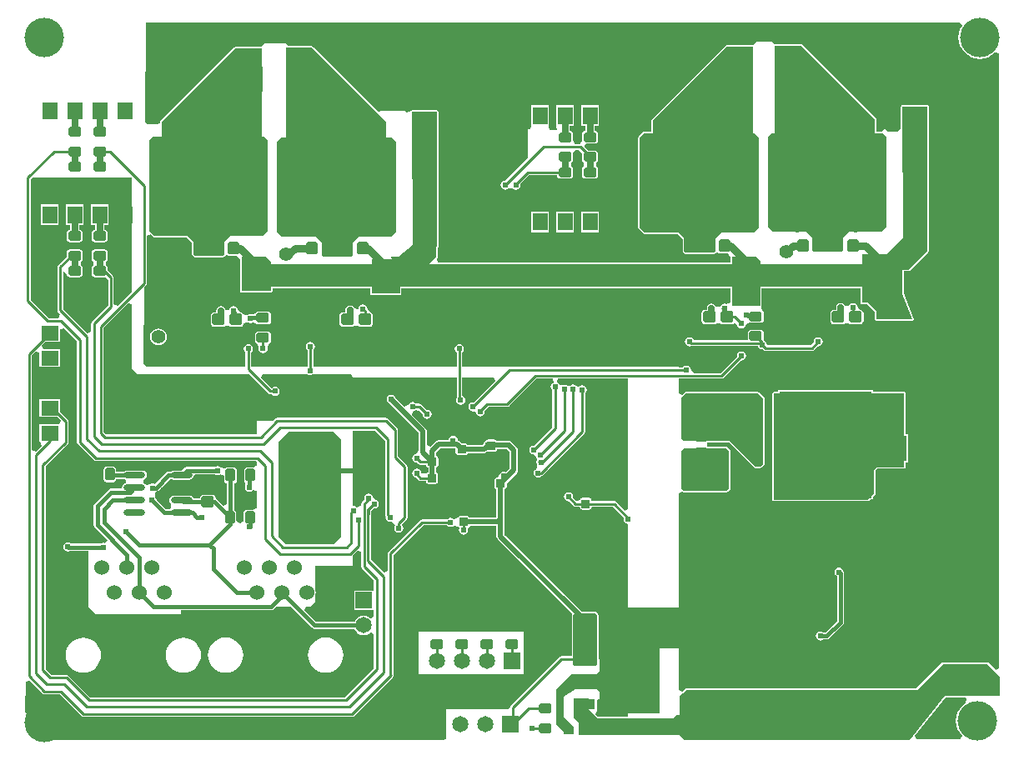
<source format=gbl>
G04*
G04 #@! TF.GenerationSoftware,Altium Limited,Altium Designer,18.0.12 (696)*
G04*
G04 Layer_Physical_Order=2*
G04 Layer_Color=65535*
%FSLAX44Y44*%
%MOMM*%
G71*
G01*
G75*
%ADD10C,0.3048*%
%ADD12C,0.4064*%
%ADD13C,0.2540*%
%ADD19O,2.2000X0.6000*%
G04:AMPARAMS|DCode=20|XSize=1.27mm|YSize=1.15mm|CornerRadius=0.1725mm|HoleSize=0mm|Usage=FLASHONLY|Rotation=270.000|XOffset=0mm|YOffset=0mm|HoleType=Round|Shape=RoundedRectangle|*
%AMROUNDEDRECTD20*
21,1,1.2700,0.8050,0,0,270.0*
21,1,0.9250,1.1500,0,0,270.0*
1,1,0.3450,-0.4025,-0.4625*
1,1,0.3450,-0.4025,0.4625*
1,1,0.3450,0.4025,0.4625*
1,1,0.3450,0.4025,-0.4625*
%
%ADD20ROUNDEDRECTD20*%
G04:AMPARAMS|DCode=28|XSize=0.9mm|YSize=0.9mm|CornerRadius=0.135mm|HoleSize=0mm|Usage=FLASHONLY|Rotation=90.000|XOffset=0mm|YOffset=0mm|HoleType=Round|Shape=RoundedRectangle|*
%AMROUNDEDRECTD28*
21,1,0.9000,0.6300,0,0,90.0*
21,1,0.6300,0.9000,0,0,90.0*
1,1,0.2700,0.3150,0.3150*
1,1,0.2700,0.3150,-0.3150*
1,1,0.2700,-0.3150,-0.3150*
1,1,0.2700,-0.3150,0.3150*
%
%ADD28ROUNDEDRECTD28*%
G04:AMPARAMS|DCode=29|XSize=2.7mm|YSize=1.15mm|CornerRadius=0.2875mm|HoleSize=0mm|Usage=FLASHONLY|Rotation=270.000|XOffset=0mm|YOffset=0mm|HoleType=Round|Shape=RoundedRectangle|*
%AMROUNDEDRECTD29*
21,1,2.7000,0.5750,0,0,270.0*
21,1,2.1250,1.1500,0,0,270.0*
1,1,0.5750,-0.2875,-1.0625*
1,1,0.5750,-0.2875,1.0625*
1,1,0.5750,0.2875,1.0625*
1,1,0.5750,0.2875,-1.0625*
%
%ADD29ROUNDEDRECTD29*%
G04:AMPARAMS|DCode=32|XSize=1.27mm|YSize=0.95mm|CornerRadius=0.1425mm|HoleSize=0mm|Usage=FLASHONLY|Rotation=180.000|XOffset=0mm|YOffset=0mm|HoleType=Round|Shape=RoundedRectangle|*
%AMROUNDEDRECTD32*
21,1,1.2700,0.6650,0,0,180.0*
21,1,0.9850,0.9500,0,0,180.0*
1,1,0.2850,-0.4925,0.3325*
1,1,0.2850,0.4925,0.3325*
1,1,0.2850,0.4925,-0.3325*
1,1,0.2850,-0.4925,-0.3325*
%
%ADD32ROUNDEDRECTD32*%
G04:AMPARAMS|DCode=33|XSize=1.27mm|YSize=0.95mm|CornerRadius=0.1425mm|HoleSize=0mm|Usage=FLASHONLY|Rotation=270.000|XOffset=0mm|YOffset=0mm|HoleType=Round|Shape=RoundedRectangle|*
%AMROUNDEDRECTD33*
21,1,1.2700,0.6650,0,0,270.0*
21,1,0.9850,0.9500,0,0,270.0*
1,1,0.2850,-0.3325,-0.4925*
1,1,0.2850,-0.3325,0.4925*
1,1,0.2850,0.3325,0.4925*
1,1,0.2850,0.3325,-0.4925*
%
%ADD33ROUNDEDRECTD33*%
%ADD68C,0.5080*%
%ADD69C,0.6350*%
%ADD70C,4.0000*%
%ADD71C,1.5240*%
%ADD72C,1.6510*%
%ADD73R,1.6510X1.6510*%
%ADD74R,1.5240X1.5240*%
%ADD75R,2.5400X2.5400*%
%ADD76R,1.5000X1.8000*%
%ADD77R,3.1000X2.4000*%
%ADD78R,2.5400X2.5400*%
%ADD79R,1.6510X1.6510*%
%ADD80R,1.8000X1.5000*%
%ADD81C,0.6096*%
%ADD82C,0.7000*%
%ADD83C,1.3970*%
%ADD84C,1.2700*%
G04:AMPARAMS|DCode=85|XSize=1.27mm|YSize=1.15mm|CornerRadius=0.1725mm|HoleSize=0mm|Usage=FLASHONLY|Rotation=0.000|XOffset=0mm|YOffset=0mm|HoleType=Round|Shape=RoundedRectangle|*
%AMROUNDEDRECTD85*
21,1,1.2700,0.8050,0,0,0.0*
21,1,0.9250,1.1500,0,0,0.0*
1,1,0.3450,0.4625,-0.4025*
1,1,0.3450,-0.4625,-0.4025*
1,1,0.3450,-0.4625,0.4025*
1,1,0.3450,0.4625,0.4025*
%
%ADD85ROUNDEDRECTD85*%
%ADD86R,2.1500X1.1000*%
%ADD87R,2.1500X1.1000*%
%ADD88R,2.1500X3.5000*%
%ADD89R,4.6482X1.3716*%
%ADD90R,9.3980X10.8204*%
G04:AMPARAMS|DCode=91|XSize=0.9mm|YSize=0.9mm|CornerRadius=0.135mm|HoleSize=0mm|Usage=FLASHONLY|Rotation=0.000|XOffset=0mm|YOffset=0mm|HoleType=Round|Shape=RoundedRectangle|*
%AMROUNDEDRECTD91*
21,1,0.9000,0.6300,0,0,0.0*
21,1,0.6300,0.9000,0,0,0.0*
1,1,0.2700,0.3150,-0.3150*
1,1,0.2700,-0.3150,-0.3150*
1,1,0.2700,-0.3150,0.3150*
1,1,0.2700,0.3150,0.3150*
%
%ADD91ROUNDEDRECTD91*%
%ADD92C,0.7620*%
G36*
X1118750Y1392030D02*
Y1377950D01*
X1126490D01*
X1130300Y1374140D01*
Y1282700D01*
X1125220Y1277620D01*
X1092200D01*
X1086358Y1271778D01*
Y1259018D01*
X1084640Y1257300D01*
X1075690D01*
X1056326Y1257300D01*
X1054862Y1258764D01*
Y1271778D01*
X1049020Y1277620D01*
X1014730D01*
X1009650Y1282700D01*
Y1374140D01*
X1013460Y1377950D01*
X1017150D01*
Y1466960D01*
X1043820D01*
X1118750Y1392030D01*
D02*
G37*
G36*
X994978Y1377442D02*
X996526D01*
X1000336Y1373632D01*
Y1282192D01*
X995256Y1277112D01*
X962236D01*
X956394Y1271270D01*
Y1258510D01*
X954676Y1256792D01*
X945726D01*
X926362Y1256792D01*
X924898Y1258256D01*
Y1271270D01*
X919056Y1277112D01*
X884766D01*
X879686Y1282192D01*
Y1373632D01*
X883496Y1377442D01*
X893378D01*
Y1390988D01*
X968308Y1465918D01*
X994978D01*
Y1377442D01*
D02*
G37*
G36*
X1171702Y1267968D02*
X1171448D01*
Y1258062D01*
X1152746Y1239360D01*
X1146048D01*
X1146048Y1214641D01*
X1156320Y1188720D01*
X1120394D01*
X1120394Y1197102D01*
X1111758Y1205738D01*
X1105408D01*
X1105408Y1221740D01*
X1001999D01*
X1001999Y1202690D01*
X979551Y1202690D01*
X973201D01*
X973201Y1221740D01*
X636239Y1221740D01*
X636239Y1214882D01*
X607441Y1214882D01*
Y1221740D01*
X505460D01*
Y1217422D01*
X475361D01*
X475361Y1252220D01*
X499999Y1252220D01*
X505460Y1246759D01*
Y1245108D01*
X607441D01*
Y1249680D01*
X628396Y1249680D01*
X627380Y1252220D01*
X635000D01*
X649024Y1264191D01*
X648522Y1399540D01*
X673608D01*
Y1262380D01*
X673354D01*
Y1252474D01*
X665988Y1245108D01*
X973201Y1245108D01*
Y1252220D01*
X997839Y1252220D01*
X1001999Y1248061D01*
Y1245108D01*
X1105408D01*
Y1255268D01*
X1126490Y1255268D01*
X1126490Y1255268D01*
X1130119D01*
X1147108Y1272258D01*
X1146616Y1405128D01*
X1171702D01*
Y1267968D01*
D02*
G37*
G36*
X495868Y1374140D02*
X498432D01*
X502242Y1370330D01*
Y1278890D01*
X497162Y1273810D01*
X464142D01*
X458300Y1267968D01*
Y1255208D01*
X456582Y1253490D01*
X447632D01*
X428268Y1253490D01*
X426804Y1254954D01*
Y1267968D01*
X420962Y1273810D01*
X386672D01*
X381592Y1278890D01*
Y1370330D01*
X385402Y1374140D01*
X394268D01*
Y1388956D01*
X469198Y1463886D01*
X495868D01*
Y1374140D01*
D02*
G37*
G36*
X621926Y1389998D02*
Y1373378D01*
X628480D01*
X632290Y1369568D01*
Y1278128D01*
X627210Y1273048D01*
X594190D01*
X588348Y1267206D01*
Y1254446D01*
X586630Y1252728D01*
X577680D01*
X558316Y1252728D01*
X556852Y1254192D01*
Y1267206D01*
X551010Y1273048D01*
X516720D01*
X511640Y1278128D01*
Y1369568D01*
X515450Y1373378D01*
X520326D01*
Y1464928D01*
X546996D01*
X621926Y1389998D01*
D02*
G37*
G36*
X363982Y1216981D02*
X349559Y1202558D01*
X345749Y1204136D01*
Y1231392D01*
X345532Y1232482D01*
X344914Y1233406D01*
X344914Y1233406D01*
X339402Y1238919D01*
Y1241255D01*
X339173Y1242406D01*
X338521Y1243381D01*
X338157Y1243624D01*
X337818Y1245710D01*
X338157Y1247796D01*
X338521Y1248039D01*
X339173Y1249014D01*
X339402Y1250165D01*
Y1256815D01*
X339173Y1257966D01*
X338521Y1258941D01*
X337546Y1259593D01*
X336395Y1259822D01*
X326545D01*
X325394Y1259593D01*
X324419Y1258941D01*
X323767Y1257966D01*
X323538Y1256815D01*
Y1250165D01*
X323767Y1249014D01*
X324419Y1248039D01*
X324783Y1247796D01*
X325122Y1245710D01*
X324783Y1243624D01*
X324419Y1243381D01*
X323767Y1242406D01*
X323538Y1241255D01*
Y1234605D01*
X323767Y1233454D01*
X324419Y1232479D01*
X325394Y1231827D01*
X326545Y1231598D01*
X336395D01*
X336853Y1231689D01*
X339187Y1229923D01*
X340051Y1228919D01*
Y1203108D01*
X323614Y1186670D01*
X322996Y1185746D01*
X322779Y1184656D01*
X322779Y1184656D01*
Y1176054D01*
X318969Y1174475D01*
X294187Y1199258D01*
Y1236956D01*
X294328Y1237051D01*
X298138Y1235014D01*
Y1234605D01*
X298367Y1233454D01*
X299019Y1232479D01*
X299994Y1231827D01*
X301145Y1231598D01*
X310995D01*
X312146Y1231827D01*
X313121Y1232479D01*
X313773Y1233454D01*
X314002Y1234605D01*
Y1241255D01*
X313773Y1242406D01*
X313121Y1243381D01*
X312757Y1243624D01*
X312418Y1245710D01*
X312757Y1247796D01*
X313121Y1248039D01*
X313773Y1249014D01*
X314002Y1250165D01*
Y1256815D01*
X313773Y1257966D01*
X313121Y1258941D01*
X312146Y1259593D01*
X310995Y1259822D01*
X301145D01*
X299994Y1259593D01*
X299019Y1258941D01*
X298367Y1257966D01*
X298138Y1256815D01*
Y1252889D01*
X289324Y1244074D01*
X288706Y1243150D01*
X288489Y1242060D01*
X288489Y1242060D01*
Y1198078D01*
X288489Y1198078D01*
X288706Y1196988D01*
X289324Y1196064D01*
X291399Y1193989D01*
X289820Y1190179D01*
X279684D01*
X261421Y1208442D01*
Y1331494D01*
X262919Y1332992D01*
X363982D01*
X363982Y1216981D01*
D02*
G37*
G36*
X1207017Y1487016D02*
X1205018Y1483277D01*
X1203787Y1479219D01*
X1203372Y1475000D01*
X1203787Y1470780D01*
X1205018Y1466723D01*
X1207017Y1462984D01*
X1209707Y1459707D01*
X1212984Y1457017D01*
X1216723Y1455018D01*
X1220780Y1453787D01*
X1225000Y1453372D01*
X1229219Y1453787D01*
X1233277Y1455018D01*
X1237016Y1457017D01*
X1240293Y1459707D01*
X1240790Y1460312D01*
X1244600Y1458948D01*
X1244600Y833908D01*
X1241067Y832482D01*
X1234031Y839779D01*
X1234016Y839786D01*
X1234010Y839800D01*
X1233440Y840036D01*
X1232874Y840283D01*
X1232859Y840277D01*
X1232844Y840284D01*
X1187704Y840284D01*
X1186538Y839800D01*
X1160679Y813942D01*
X927608Y813942D01*
X927089Y813726D01*
X926552Y813559D01*
X922676Y810330D01*
X919226Y811946D01*
Y854174D01*
X899922D01*
X899922Y788416D01*
X868172Y788416D01*
Y784732D01*
X837613D01*
X834907Y787438D01*
X836238Y790650D01*
X836238D01*
Y801827D01*
X838200Y802640D01*
X838714Y803154D01*
X838714Y807514D01*
Y810254D01*
X835660Y813308D01*
X814380D01*
X802640Y805180D01*
Y784860D01*
X812800Y774700D01*
Y767080D01*
X812483Y767397D01*
X804863D01*
X795020Y777240D01*
Y812800D01*
X810260Y828040D01*
X835660D01*
X838714Y831094D01*
Y843280D01*
X838072D01*
Y888492D01*
X837588Y889658D01*
X836318Y890928D01*
X835152Y891412D01*
X821328Y891412D01*
X742656Y970084D01*
Y985520D01*
Y1016467D01*
X742783Y1016493D01*
X743734Y1017128D01*
X744369Y1018079D01*
X744592Y1019200D01*
Y1022570D01*
X754770Y1032748D01*
X755668Y1034092D01*
X755984Y1035678D01*
Y1055740D01*
X755668Y1057325D01*
X754770Y1058670D01*
X751303Y1062137D01*
X751197Y1062671D01*
X750298Y1064015D01*
X748954Y1064913D01*
X747368Y1065229D01*
X734334D01*
X733948Y1065806D01*
X732997Y1066441D01*
X731876Y1066664D01*
X725576D01*
X724455Y1066441D01*
X723504Y1065806D01*
X722869Y1064855D01*
X722815Y1064586D01*
X722509Y1064381D01*
X721498Y1062869D01*
X721441Y1062581D01*
X720032Y1061172D01*
X704891D01*
X704865Y1061299D01*
X704230Y1062250D01*
X703279Y1062885D01*
X702158Y1063108D01*
X698788D01*
X697246Y1064650D01*
X695902Y1065548D01*
X695022Y1065723D01*
X695034Y1065784D01*
X694679Y1067568D01*
X693668Y1069080D01*
X692156Y1070091D01*
X690372Y1070446D01*
X688588Y1070091D01*
X687076Y1069080D01*
X686065Y1067568D01*
X685726Y1065864D01*
X675372D01*
X673786Y1065548D01*
X672442Y1064650D01*
X667284Y1059492D01*
X663474Y1060989D01*
Y1075490D01*
X663159Y1077075D01*
X662261Y1078419D01*
X648663Y1092017D01*
X648715Y1092629D01*
X650164Y1095904D01*
X650754Y1096021D01*
X652266Y1097032D01*
X655904Y1096223D01*
X659399Y1092728D01*
X659294Y1092200D01*
X659649Y1090416D01*
X660660Y1088904D01*
X662172Y1087893D01*
X663956Y1087538D01*
X665740Y1087893D01*
X667252Y1088904D01*
X668263Y1090416D01*
X668618Y1092200D01*
X668263Y1093984D01*
X667252Y1095496D01*
X665740Y1096507D01*
X663956Y1096862D01*
X663428Y1096757D01*
X657842Y1102342D01*
X656918Y1102960D01*
X655828Y1103177D01*
X655828Y1103177D01*
X652565D01*
X652266Y1103624D01*
X650754Y1104635D01*
X648970Y1104990D01*
X647186Y1104635D01*
X645674Y1103624D01*
X644663Y1102112D01*
X644546Y1101522D01*
X641271Y1100073D01*
X640658Y1100022D01*
X631744Y1108936D01*
X631687Y1109224D01*
X630676Y1110736D01*
X629164Y1111747D01*
X627380Y1112102D01*
X625596Y1111747D01*
X624084Y1110736D01*
X623073Y1109224D01*
X622718Y1107440D01*
X623073Y1105656D01*
X624084Y1104144D01*
X625596Y1103133D01*
X625884Y1103076D01*
X655187Y1073773D01*
Y1055919D01*
X653619Y1053022D01*
X651637Y1052083D01*
X651504Y1052057D01*
X649992Y1051046D01*
X648981Y1049534D01*
X648626Y1047750D01*
X648981Y1045966D01*
X649992Y1044454D01*
X651504Y1043443D01*
X653288Y1043088D01*
X653816Y1043193D01*
X655084Y1041926D01*
X656008Y1041308D01*
X657098Y1041091D01*
X657098Y1041091D01*
X663076D01*
Y1040790D01*
X663299Y1039669D01*
X663934Y1038718D01*
X664885Y1038083D01*
X665012Y1038057D01*
Y1033617D01*
X664631Y1033541D01*
X663680Y1032906D01*
X663045Y1031955D01*
X659157Y1031940D01*
X658150Y1032510D01*
X657795Y1034294D01*
X656785Y1035806D01*
X655272Y1036817D01*
X653488Y1037172D01*
X651705Y1036817D01*
X650192Y1035806D01*
X649182Y1034294D01*
X648827Y1032510D01*
X649182Y1030726D01*
X650192Y1029214D01*
X651705Y1028203D01*
X653077Y1027930D01*
X655338Y1025670D01*
X655338Y1025670D01*
X656262Y1025052D01*
X657352Y1024835D01*
X662822D01*
Y1024534D01*
X663045Y1023413D01*
X663680Y1022462D01*
X664631Y1021827D01*
X665752Y1021604D01*
X672052D01*
X673173Y1021827D01*
X674124Y1022462D01*
X674759Y1023413D01*
X674982Y1024534D01*
Y1030834D01*
X674759Y1031955D01*
X674124Y1032906D01*
X673300Y1033457D01*
Y1038057D01*
X673427Y1038083D01*
X674378Y1038718D01*
X675013Y1039669D01*
X675236Y1040790D01*
Y1047090D01*
X675013Y1048211D01*
X674378Y1049162D01*
X673427Y1049797D01*
X673300Y1049823D01*
Y1053788D01*
X677088Y1057576D01*
X692600D01*
X692928Y1057248D01*
Y1053878D01*
X693151Y1052757D01*
X693786Y1051806D01*
X694737Y1051171D01*
X695858Y1050948D01*
X702158D01*
X703279Y1051171D01*
X704230Y1051806D01*
X704865Y1052757D01*
X704891Y1052884D01*
X721748D01*
X723334Y1053200D01*
X724678Y1054098D01*
X725166Y1054585D01*
X725576Y1054504D01*
X731876D01*
X732997Y1054727D01*
X733948Y1055362D01*
X734583Y1056313D01*
X734708Y1056941D01*
X744778D01*
X747696Y1054023D01*
Y1037394D01*
X743726Y1033424D01*
X743210Y1033769D01*
X741426Y1034124D01*
X739642Y1033769D01*
X738130Y1032758D01*
X737119Y1031246D01*
X736764Y1029462D01*
X735918Y1028430D01*
X735362D01*
X734241Y1028207D01*
X733290Y1027572D01*
X732655Y1026621D01*
X732432Y1025500D01*
Y1019200D01*
X732655Y1018079D01*
X733290Y1017128D01*
X734241Y1016493D01*
X734368Y1016467D01*
Y987244D01*
X706669D01*
X706643Y987371D01*
X706008Y988322D01*
X705057Y988957D01*
X703936Y989180D01*
X697636D01*
X696515Y988957D01*
X695564Y988322D01*
X694929Y987371D01*
X694901Y987233D01*
X691892Y986197D01*
X690896Y986178D01*
X689616Y987033D01*
X687832Y987388D01*
X686048Y987033D01*
X684536Y986022D01*
X684237Y985575D01*
X658876D01*
X658876Y985575D01*
X657786Y985358D01*
X656862Y984740D01*
X656862Y984740D01*
X624858Y952736D01*
X624240Y951812D01*
X624023Y950722D01*
X624023Y950722D01*
Y932914D01*
X620213Y931335D01*
X606861Y944688D01*
Y989582D01*
X607137Y989995D01*
X607374Y991185D01*
Y993885D01*
X610032Y996543D01*
X610254Y996499D01*
X612038Y996853D01*
X613550Y997864D01*
X614561Y999376D01*
X614916Y1001160D01*
X614561Y1002944D01*
X613550Y1004456D01*
X612038Y1005467D01*
X609182Y1007110D01*
X608827Y1008894D01*
X607816Y1010406D01*
X606304Y1011417D01*
X604520Y1011772D01*
X602736Y1011417D01*
X601224Y1010406D01*
X600213Y1008894D01*
X599858Y1007110D01*
X600174Y1005523D01*
X597934Y1003282D01*
X597316Y1002358D01*
X597099Y1001268D01*
X597099Y1001268D01*
Y999771D01*
X596353Y999165D01*
X592576Y997960D01*
X591064Y998971D01*
X589280Y999326D01*
X588772Y999743D01*
Y1075889D01*
X610960D01*
X621229Y1065620D01*
Y989838D01*
X621229Y989838D01*
X621446Y988748D01*
X621827Y988178D01*
X621702Y987552D01*
X622057Y985768D01*
X623068Y984256D01*
X624580Y983245D01*
X626364Y982890D01*
X628148Y983245D01*
X630820Y980449D01*
X631162Y978989D01*
X630947Y978668D01*
X630592Y976884D01*
X630947Y975100D01*
X631958Y973588D01*
X633470Y972577D01*
X635254Y972222D01*
X637038Y972577D01*
X638550Y973588D01*
X639561Y975100D01*
X639916Y976884D01*
X639561Y978668D01*
X638550Y980180D01*
X640721Y983267D01*
X643018Y985563D01*
X643018Y985563D01*
X643635Y986488D01*
X643852Y987578D01*
X643852Y987578D01*
Y1038952D01*
X643852Y1038953D01*
X643635Y1040043D01*
X643018Y1040967D01*
X634293Y1049692D01*
Y1076709D01*
X634293Y1076709D01*
X634076Y1077799D01*
X633458Y1078723D01*
X633458Y1078724D01*
X624317Y1087864D01*
X623393Y1088482D01*
X622303Y1088699D01*
X622303Y1088699D01*
X588772D01*
Y1130046D01*
X592582Y1130046D01*
X693873D01*
Y1108743D01*
X693685Y1108462D01*
X693330Y1106678D01*
X693685Y1104894D01*
X694696Y1103382D01*
X696208Y1102371D01*
X697992Y1102016D01*
X699776Y1102371D01*
X701288Y1103382D01*
X702299Y1104894D01*
X702654Y1106678D01*
X702299Y1108462D01*
X701288Y1109974D01*
X699776Y1110985D01*
X699571Y1111025D01*
Y1130046D01*
X731403Y1130046D01*
X732861Y1126526D01*
X710966Y1104631D01*
X710438Y1104736D01*
X708654Y1104381D01*
X707142Y1103370D01*
X706131Y1101858D01*
X705776Y1100074D01*
X706131Y1098290D01*
X707142Y1096778D01*
X708654Y1095767D01*
X710438Y1095412D01*
X712549Y1095078D01*
X713434Y1093210D01*
X714444Y1091698D01*
X715957Y1090687D01*
X717740Y1090332D01*
X719524Y1090687D01*
X721037Y1091698D01*
X722047Y1093210D01*
X722402Y1094994D01*
X722181Y1096104D01*
X726223Y1100146D01*
X745298D01*
X745298Y1100146D01*
X746388Y1100363D01*
X747313Y1100981D01*
X774799Y1128467D01*
X791527D01*
X792458Y1124657D01*
X792220Y1124447D01*
X791524Y1123982D01*
X790708Y1123436D01*
X789697Y1121924D01*
X789342Y1120140D01*
X789697Y1118356D01*
X790708Y1116844D01*
X791155Y1116545D01*
Y1078902D01*
X772942Y1060689D01*
X772414Y1060794D01*
X770630Y1060439D01*
X769118Y1059428D01*
X768107Y1057916D01*
X767752Y1056132D01*
X768107Y1054348D01*
X769118Y1052836D01*
X770630Y1051825D01*
X772414Y1051470D01*
X774203Y1049522D01*
X774309Y1049364D01*
X775480Y1045954D01*
X774862Y1045030D01*
X774645Y1043940D01*
X774862Y1042850D01*
X775102Y1042490D01*
X775219Y1041902D01*
X775746Y1041114D01*
X775117Y1037916D01*
X774645Y1036866D01*
X773439Y1036060D01*
X772428Y1034548D01*
X772074Y1032764D01*
X772428Y1030980D01*
X773439Y1029468D01*
X774951Y1028457D01*
X776735Y1028102D01*
X778519Y1028457D01*
X780031Y1029468D01*
X780454Y1030100D01*
X780616Y1030132D01*
X781540Y1030750D01*
X823450Y1072660D01*
X824068Y1073584D01*
X824285Y1074674D01*
X824285Y1074674D01*
Y1113751D01*
X824732Y1114050D01*
X825743Y1115562D01*
X826098Y1117346D01*
X825743Y1119130D01*
X824732Y1120642D01*
X823220Y1121653D01*
X821436Y1122008D01*
X819652Y1121653D01*
X817982Y1120689D01*
X815588Y1121404D01*
X814076Y1122415D01*
X812292Y1122770D01*
X810508Y1122415D01*
X808996Y1121404D01*
X806444Y1121150D01*
X804932Y1122161D01*
X803148Y1122516D01*
X801834Y1122254D01*
X801364Y1122161D01*
X801364Y1122161D01*
X798934Y1121972D01*
X797300Y1123436D01*
X795788Y1124447D01*
X795550Y1124657D01*
X796481Y1128467D01*
X868172D01*
Y996051D01*
X864652Y994593D01*
X855828Y1003416D01*
X854904Y1004034D01*
X853814Y1004251D01*
X853814Y1004251D01*
X831072D01*
Y1004552D01*
X830849Y1005673D01*
X830214Y1006624D01*
X829263Y1007259D01*
X828142Y1007482D01*
X821842D01*
X820721Y1007259D01*
X819770Y1006624D01*
X819135Y1005673D01*
X819041Y1005200D01*
X816016Y1004673D01*
X815166Y1004708D01*
X812023Y1007852D01*
X812128Y1008380D01*
X811773Y1010164D01*
X810762Y1011676D01*
X809250Y1012687D01*
X807466Y1013042D01*
X805682Y1012687D01*
X804170Y1011676D01*
X803159Y1010164D01*
X802804Y1008380D01*
X803159Y1006596D01*
X804170Y1005084D01*
X805682Y1004073D01*
X807466Y1003718D01*
X807994Y1003823D01*
X812430Y999388D01*
X812430Y999388D01*
X813354Y998770D01*
X814444Y998553D01*
X818912D01*
Y998252D01*
X819135Y997131D01*
X819770Y996180D01*
X820721Y995545D01*
X821842Y995322D01*
X828142D01*
X829263Y995545D01*
X830214Y996180D01*
X830849Y997131D01*
X831072Y998252D01*
Y998553D01*
X852634D01*
X863826Y987361D01*
X863510Y985774D01*
X863865Y983990D01*
X864876Y982478D01*
X866388Y981467D01*
X868172Y981112D01*
Y895858D01*
X919226D01*
Y1012443D01*
X923036Y1014021D01*
X923662Y1013396D01*
X924828Y1012912D01*
X968008D01*
X969174Y1013396D01*
X971714Y1015936D01*
X972198Y1017102D01*
Y1055202D01*
X971714Y1056368D01*
X969174Y1058908D01*
X968008Y1059391D01*
X948629Y1059391D01*
X948565Y1059435D01*
X948501Y1059795D01*
Y1062989D01*
X948565Y1063349D01*
X949108Y1063712D01*
X970592Y1063712D01*
X996324Y1037980D01*
X996363Y1037964D01*
X996381Y1037926D01*
X996941Y1037725D01*
X997491Y1037497D01*
X997530Y1037513D01*
X997569Y1037499D01*
X1002214Y1037720D01*
X1002697Y1037948D01*
X1003204Y1038111D01*
X1005893Y1040397D01*
X1005925Y1040461D01*
X1005990Y1040488D01*
X1006208Y1041014D01*
X1006468Y1041521D01*
X1006447Y1041589D01*
X1006474Y1041654D01*
Y1108710D01*
X1005990Y1109876D01*
X1001078Y1114789D01*
X999912Y1115272D01*
X926678Y1115272D01*
X925512Y1114788D01*
X923036Y1112313D01*
X919226Y1113891D01*
Y1128467D01*
X962660D01*
X962660Y1128467D01*
X963750Y1128684D01*
X964674Y1129302D01*
X982435Y1147062D01*
X982962Y1146957D01*
X984746Y1147312D01*
X986259Y1148322D01*
X987269Y1149835D01*
X987624Y1151618D01*
X987269Y1153402D01*
X986259Y1154915D01*
X984746Y1155925D01*
X982962Y1156280D01*
X981179Y1155925D01*
X979666Y1154915D01*
X978656Y1153402D01*
X978301Y1151618D01*
X978406Y1151091D01*
X961480Y1134165D01*
X935086D01*
X932016Y1137158D01*
X931661Y1138942D01*
X930650Y1140454D01*
X929138Y1141465D01*
X927354Y1141820D01*
X925570Y1141465D01*
X924058Y1140454D01*
X923759Y1140007D01*
X919226D01*
Y1140460D01*
X699571D01*
Y1155407D01*
X700018Y1155706D01*
X701029Y1157218D01*
X701384Y1159002D01*
X701029Y1160786D01*
X700018Y1162298D01*
X698506Y1163309D01*
X696722Y1163664D01*
X694938Y1163309D01*
X693426Y1162298D01*
X692415Y1160786D01*
X692060Y1159002D01*
X692415Y1157218D01*
X693426Y1155706D01*
X693873Y1155407D01*
Y1140460D01*
X548187D01*
Y1157693D01*
X548634Y1157992D01*
X549645Y1159504D01*
X550000Y1161288D01*
X549645Y1163072D01*
X548634Y1164584D01*
X547122Y1165595D01*
X545338Y1165950D01*
X543554Y1165595D01*
X542042Y1164584D01*
X541031Y1163072D01*
X540676Y1161288D01*
X541031Y1159504D01*
X542042Y1157992D01*
X542489Y1157693D01*
Y1140669D01*
X542177Y1140460D01*
X485195D01*
Y1155407D01*
X485642Y1155706D01*
X486653Y1157218D01*
X487008Y1159002D01*
X486653Y1160786D01*
X485642Y1162298D01*
X484130Y1163309D01*
X482346Y1163664D01*
X480562Y1163309D01*
X479050Y1162298D01*
X478039Y1160786D01*
X477684Y1159002D01*
X478039Y1157218D01*
X479050Y1155706D01*
X479497Y1155407D01*
Y1140460D01*
X378856D01*
X376170Y1143162D01*
X376654Y1221595D01*
X378442Y1223384D01*
X378442Y1223384D01*
X379060Y1224308D01*
X379277Y1225398D01*
Y1273484D01*
X383087Y1275062D01*
X385505Y1272644D01*
X386672Y1272160D01*
X420279D01*
X425154Y1267285D01*
Y1254954D01*
X425396Y1254371D01*
X425638Y1253788D01*
X425638Y1253787D01*
X427102Y1252324D01*
X428268Y1251841D01*
X428268Y1251840D01*
X428268Y1251840D01*
X447632Y1251840D01*
X456582D01*
X457748Y1252324D01*
X460488Y1253809D01*
X462177Y1253425D01*
X463445Y1253172D01*
X470191D01*
X471780Y1252743D01*
X473711Y1249825D01*
X473711Y1217422D01*
X474195Y1216256D01*
X475361Y1215772D01*
X505460D01*
X506626Y1216256D01*
X507109Y1217422D01*
Y1220090D01*
X605791D01*
Y1214882D01*
X606275Y1213716D01*
X607441Y1213232D01*
X636239Y1213232D01*
X637405Y1213716D01*
X637888Y1214882D01*
X637888Y1220090D01*
X971551Y1220090D01*
X971551Y1205978D01*
X971537Y1205964D01*
X967741Y1204290D01*
X967492Y1204457D01*
X965708Y1204812D01*
X963924Y1204457D01*
X962412Y1203446D01*
X961401Y1201934D01*
X961342Y1201635D01*
X961182Y1201396D01*
X960487Y1201293D01*
X957261Y1201579D01*
X957180Y1201983D01*
X956142Y1203538D01*
X954587Y1204576D01*
X952754Y1204941D01*
X950921Y1204576D01*
X949366Y1203538D01*
X948328Y1201983D01*
X947963Y1200150D01*
Y1198708D01*
X945843D01*
X944575Y1198456D01*
X943501Y1197737D01*
X942783Y1196663D01*
X942530Y1195395D01*
Y1187345D01*
X942783Y1186077D01*
X943501Y1185003D01*
X944575Y1184285D01*
X945843Y1184032D01*
X955093D01*
X956361Y1184285D01*
X957167Y1184823D01*
X957653Y1185003D01*
X961063D01*
X961549Y1184823D01*
X962355Y1184285D01*
X963623Y1184032D01*
X972873D01*
X974141Y1184285D01*
X974905Y1184795D01*
X975830Y1184696D01*
X976095Y1184618D01*
X978761Y1183452D01*
X978927Y1182618D01*
X979938Y1181106D01*
X981450Y1180095D01*
X983234Y1179740D01*
X985018Y1180095D01*
X986530Y1181106D01*
X987541Y1182618D01*
X987829Y1184067D01*
X988434Y1184569D01*
X988765Y1184753D01*
X991492Y1185853D01*
X991632Y1185759D01*
X992783Y1185530D01*
X1002633D01*
X1003784Y1185759D01*
X1004759Y1186411D01*
X1005411Y1187386D01*
X1005640Y1188537D01*
Y1195187D01*
X1005411Y1196338D01*
X1004759Y1197313D01*
X1004069Y1197774D01*
X1003429Y1200430D01*
X1003330Y1201921D01*
X1003648Y1202690D01*
X1003648Y1202690D01*
X1003648Y1204167D01*
X1003648Y1220090D01*
X1103758D01*
X1103758Y1205738D01*
X1104242Y1204572D01*
X1105408Y1204088D01*
X1111075D01*
X1118744Y1196419D01*
X1118744Y1188720D01*
X1118745Y1188720D01*
X1119228Y1187554D01*
X1120394Y1187070D01*
X1120394Y1187070D01*
X1121871Y1187070D01*
X1154642D01*
X1156321Y1187070D01*
X1156321Y1187070D01*
X1156612Y1187191D01*
X1156928Y1187186D01*
X1157173Y1187423D01*
X1157487Y1187553D01*
X1157608Y1187845D01*
X1157835Y1188065D01*
X1157840Y1188406D01*
X1157970Y1188720D01*
X1157849Y1189012D01*
X1157854Y1189328D01*
X1157854Y1189328D01*
X1157236Y1190889D01*
X1147698Y1214956D01*
X1147698Y1237710D01*
X1152746D01*
X1153912Y1238194D01*
X1172614Y1256896D01*
X1173098Y1258062D01*
Y1267355D01*
X1173352Y1267968D01*
Y1405128D01*
X1172868Y1406294D01*
X1171702Y1406778D01*
X1148295Y1406778D01*
X1146616Y1406778D01*
X1146616Y1406777D01*
X1146613Y1406776D01*
X1146610Y1406778D01*
X1146610Y1406777D01*
X1146027Y1406534D01*
X1145450Y1406295D01*
X1145448Y1406291D01*
X1145445Y1406290D01*
X1145213Y1405724D01*
X1144967Y1405128D01*
X1144968Y1405125D01*
X1144967Y1405122D01*
X1144967Y1405122D01*
X1144972Y1403649D01*
X1144972Y1403649D01*
X1144973Y1403449D01*
X1145051Y1382454D01*
X1141251Y1379687D01*
X1132515D01*
X1131520Y1379687D01*
X1128472Y1382735D01*
X1128232Y1382355D01*
X1125039Y1379600D01*
X1120400D01*
Y1392030D01*
X1119916Y1393197D01*
X1044986Y1468127D01*
X1043820Y1468610D01*
X1018102D01*
X1017150Y1468610D01*
X1014346Y1470867D01*
X1014293Y1470910D01*
X1013790Y1470910D01*
X1001855D01*
X998220Y1470910D01*
X998220Y1473200D01*
X997757Y1470623D01*
X997783Y1470422D01*
X995733Y1468131D01*
X994978Y1467568D01*
X994410Y1467568D01*
X968308D01*
X967142Y1467084D01*
X892212Y1392154D01*
X891728Y1390988D01*
Y1379092D01*
X883496D01*
X882330Y1378608D01*
X878520Y1374798D01*
X878036Y1373632D01*
Y1282192D01*
X878520Y1281026D01*
X883599Y1275946D01*
X884766Y1275462D01*
X918373D01*
X923248Y1270587D01*
Y1258256D01*
X923490Y1257673D01*
X923732Y1257090D01*
X923732Y1257089D01*
X925196Y1255626D01*
X926362Y1255143D01*
X926362Y1255142D01*
X926362Y1255142D01*
X945726Y1255142D01*
X954676D01*
X955633Y1255539D01*
X955842Y1255626D01*
X955843Y1255626D01*
X958292Y1256343D01*
X960525Y1255965D01*
X961054Y1255859D01*
X961793Y1255712D01*
X969382D01*
X970611Y1254141D01*
X971551Y1252220D01*
X971551Y1250743D01*
Y1246758D01*
X674948Y1246758D01*
X673490Y1250277D01*
X674520Y1251308D01*
X675004Y1252474D01*
Y1261767D01*
X675258Y1262380D01*
Y1399540D01*
X674774Y1400706D01*
X673608Y1401190D01*
X650201D01*
X648522Y1401190D01*
X648522Y1401190D01*
X648519Y1401188D01*
X648516Y1401190D01*
X648516Y1401190D01*
X647933Y1400946D01*
X647356Y1400706D01*
X647355Y1400703D01*
X647352Y1400702D01*
X647265Y1400491D01*
X645401Y1399616D01*
X644667Y1399401D01*
X643063Y1399304D01*
X641371Y1400996D01*
X617611D01*
Y1400996D01*
X614535Y1399722D01*
X548162Y1466095D01*
X546996Y1466578D01*
X523420D01*
X519658Y1469493D01*
Y1469493D01*
X498672D01*
X497840Y1468661D01*
X495868Y1465536D01*
X469198D01*
X468032Y1465052D01*
X393102Y1390122D01*
X392618Y1388956D01*
Y1387841D01*
X389089Y1386890D01*
X388808Y1386890D01*
X380375D01*
X377689Y1389592D01*
X378313Y1490726D01*
X1205133D01*
X1207017Y1487016D01*
D02*
G37*
G36*
X308555Y1166774D02*
Y1064006D01*
X308555Y1064006D01*
X308772Y1062916D01*
X309390Y1061992D01*
X325646Y1045736D01*
X325646Y1045736D01*
X326570Y1045118D01*
X327660Y1044901D01*
X327660Y1044901D01*
X490564D01*
X490982Y1044483D01*
Y1041093D01*
X490424Y1040337D01*
X487565Y1038254D01*
X487172Y1038254D01*
X480915D01*
X479765Y1038025D01*
X478789Y1037373D01*
X478137Y1036398D01*
X477908Y1035247D01*
Y1025397D01*
X478137Y1024246D01*
X478789Y1023271D01*
X479157Y1020168D01*
X478802Y1018384D01*
X479157Y1016600D01*
X480168Y1015088D01*
X481680Y1014077D01*
X483464Y1013723D01*
X485248Y1014077D01*
X486760Y1015088D01*
X487172Y1015704D01*
X490982Y1014701D01*
Y997950D01*
X490233Y997164D01*
X487172Y995377D01*
X487164Y995379D01*
X480514D01*
X479363Y995150D01*
X478388Y994498D01*
X477736Y993523D01*
X477507Y992372D01*
Y984512D01*
X477011Y983138D01*
X473914Y981823D01*
X470496Y983434D01*
X470171Y984619D01*
Y992372D01*
X469942Y993523D01*
X469290Y994498D01*
X468315Y995150D01*
X467866Y995239D01*
Y1022450D01*
X468716Y1022619D01*
X469691Y1023271D01*
X470343Y1024246D01*
X470572Y1025397D01*
Y1035247D01*
X470343Y1036398D01*
X469691Y1037373D01*
X468716Y1038025D01*
X467565Y1038254D01*
X460915D01*
X459765Y1038025D01*
X459423Y1037797D01*
X458186Y1037504D01*
X454910Y1038215D01*
X454756Y1038444D01*
X453244Y1039455D01*
X451460Y1039810D01*
X449676Y1039455D01*
X448657Y1038774D01*
X419476D01*
X419476Y1038774D01*
X418089Y1038498D01*
X416912Y1037712D01*
X416912Y1037712D01*
X414225Y1035025D01*
X406740D01*
X404975Y1034673D01*
X404023Y1034038D01*
X401512D01*
X401512Y1034038D01*
X400125Y1033762D01*
X398948Y1032976D01*
X398948Y1032976D01*
X387399Y1021426D01*
X386794Y1021831D01*
X385010Y1022186D01*
X383226Y1021831D01*
X382252Y1021180D01*
X379514Y1020911D01*
X378038Y1020972D01*
X377511Y1021301D01*
X376505Y1021973D01*
X375770Y1022120D01*
Y1026004D01*
X376505Y1026151D01*
X378002Y1027150D01*
X379002Y1028647D01*
X379353Y1030412D01*
X379002Y1032177D01*
X378002Y1033674D01*
X376505Y1034673D01*
X374740Y1035025D01*
X358740D01*
X356975Y1034673D01*
X356023Y1034038D01*
X348158D01*
Y1036263D01*
X347929Y1037414D01*
X347277Y1038389D01*
X346302Y1039041D01*
X345151Y1039270D01*
X338501D01*
X337350Y1039041D01*
X336375Y1038389D01*
X335723Y1037414D01*
X335494Y1036263D01*
Y1026413D01*
X335723Y1025262D01*
X336375Y1024287D01*
X337350Y1023635D01*
X338501Y1023406D01*
X345151D01*
X346302Y1023635D01*
X347277Y1024287D01*
X347929Y1025262D01*
X348158Y1026413D01*
Y1026786D01*
X356023D01*
X356975Y1026151D01*
X357710Y1026004D01*
Y1022120D01*
X356975Y1021973D01*
X355478Y1020974D01*
X354478Y1019477D01*
X354127Y1017712D01*
X353311Y1016718D01*
X342892D01*
X342892Y1016718D01*
X341505Y1016442D01*
X340328Y1015656D01*
X340328Y1015656D01*
X326468Y1001796D01*
X325682Y1000619D01*
X325406Y999232D01*
X325406Y999232D01*
Y979878D01*
X325406Y979878D01*
X325682Y978491D01*
X326468Y977315D01*
X339094Y964689D01*
X336810Y961633D01*
X335026Y961988D01*
X333242Y961633D01*
X332223Y960952D01*
X302628D01*
X302508Y961130D01*
X300996Y962141D01*
X299212Y962496D01*
X297428Y962141D01*
X295916Y961130D01*
X294905Y959618D01*
X294550Y957834D01*
X294905Y956050D01*
X295916Y954538D01*
X297428Y953527D01*
X299212Y953172D01*
X300996Y953527D01*
X301255Y953700D01*
X319820D01*
X320040Y949960D01*
X320040Y949890D01*
Y896620D01*
X327660Y889000D01*
X414020D01*
Y893346D01*
X505562D01*
X505562Y893346D01*
X506950Y893622D01*
X508126Y894408D01*
X510690Y896972D01*
X525484D01*
X547103Y875353D01*
X547104Y875353D01*
X548280Y874567D01*
X549667Y874291D01*
X590358D01*
X590898Y872986D01*
X592466Y870944D01*
X594508Y869376D01*
X596887Y868391D01*
X599440Y868055D01*
X601993Y868391D01*
X604372Y869376D01*
X606116Y870715D01*
X607408Y870468D01*
X609926Y869262D01*
Y834427D01*
X580480Y804981D01*
X322032D01*
X300006Y827006D01*
X299082Y827624D01*
X297992Y827841D01*
X297992Y827841D01*
X282154D01*
X276661Y833334D01*
Y1039712D01*
X298940Y1061992D01*
X298940Y1061992D01*
X299558Y1062916D01*
X299775Y1064006D01*
Y1085088D01*
X299558Y1086178D01*
X298940Y1087102D01*
X298940Y1087102D01*
X291448Y1094595D01*
Y1107574D01*
X270400D01*
Y1089526D01*
X288459D01*
X292393Y1085593D01*
X290423Y1082174D01*
X270400D01*
Y1064126D01*
X271021D01*
X272479Y1060606D01*
X266247Y1054373D01*
X262437Y1055952D01*
Y1152234D01*
X266590Y1156387D01*
X270400Y1154809D01*
Y1140326D01*
X291448D01*
Y1158374D01*
X273965D01*
X272387Y1162184D01*
X275929Y1165726D01*
X291448D01*
Y1178493D01*
X295258Y1180071D01*
X308555Y1166774D01*
D02*
G37*
G36*
X363982Y1203945D02*
Y1138682D01*
X369824Y1132840D01*
X483651D01*
X502684Y1113808D01*
X503608Y1113190D01*
X504698Y1112973D01*
X504698Y1112973D01*
X505929D01*
X506228Y1112526D01*
X507740Y1111515D01*
X509524Y1111160D01*
X511308Y1111515D01*
X512820Y1112526D01*
X513831Y1114038D01*
X514186Y1115822D01*
X513831Y1117606D01*
X512820Y1119118D01*
X511308Y1120129D01*
X509524Y1120484D01*
X507740Y1120129D01*
X506228Y1119118D01*
X503212Y1121337D01*
X495229Y1129320D01*
X496687Y1132840D01*
X542937D01*
X543300Y1132597D01*
X545084Y1132242D01*
X546868Y1132597D01*
X547231Y1132840D01*
X586319D01*
X588772Y1130046D01*
Y1088699D01*
X511658D01*
X511658Y1088699D01*
X510568Y1088482D01*
X509644Y1087864D01*
X507375Y1085596D01*
X490982D01*
Y1071935D01*
X337678D01*
X335589Y1074024D01*
Y1180530D01*
X360462Y1205403D01*
X363982Y1203945D01*
D02*
G37*
G36*
X1004824Y1108710D02*
Y1041654D01*
X1002136Y1039368D01*
X997491Y1039147D01*
X971275Y1065362D01*
X924828Y1065362D01*
X922288Y1067902D01*
X922288Y1109232D01*
X926678Y1113622D01*
X999912Y1113622D01*
X1004824Y1108710D01*
D02*
G37*
G36*
X449676Y1030841D02*
X451460Y1030487D01*
X453244Y1030841D01*
X454098Y1031412D01*
X456516Y1030664D01*
X457908Y1029725D01*
Y1025397D01*
X458137Y1024246D01*
X458789Y1023271D01*
X459765Y1022619D01*
X460614Y1022450D01*
Y1000777D01*
X457094Y999319D01*
X450562Y1005852D01*
X449385Y1006638D01*
X449238Y1006667D01*
Y1007313D01*
X448986Y1008581D01*
X448268Y1009656D01*
X447193Y1010374D01*
X445925Y1010626D01*
X436675D01*
X435407Y1010374D01*
X434333Y1009656D01*
X433615Y1008581D01*
X433363Y1007313D01*
Y1006914D01*
X426910D01*
X426002Y1008274D01*
X424505Y1009274D01*
X422740Y1009625D01*
X406740D01*
X404975Y1009274D01*
X403478Y1008274D01*
X402478Y1006777D01*
X402127Y1005012D01*
X402478Y1003247D01*
X403478Y1001750D01*
X403837Y997502D01*
X403773Y997320D01*
X402224Y995938D01*
X398770D01*
X389204Y1005504D01*
X388965Y1006706D01*
X387954Y1008218D01*
X387687Y1012539D01*
X387715Y1012612D01*
X388623Y1013897D01*
X388624Y1013898D01*
X390011Y1014174D01*
X391188Y1014960D01*
X403014Y1026786D01*
X404023D01*
X404975Y1026151D01*
X406740Y1025799D01*
X422740D01*
X424505Y1026151D01*
X426002Y1027150D01*
X427001Y1028647D01*
X427353Y1030412D01*
X428264Y1031522D01*
X448657D01*
X449676Y1030841D01*
D02*
G37*
G36*
X968008Y1057742D02*
X970548Y1055202D01*
Y1017102D01*
X968008Y1014562D01*
X924828D01*
X922288Y1017102D01*
Y1055202D01*
X924828Y1057742D01*
X968008Y1057742D01*
D02*
G37*
G36*
X576580Y1066800D02*
Y967740D01*
X569015Y960175D01*
X520645D01*
X513080Y967740D01*
Y1064260D01*
X523240Y1074420D01*
X568960D01*
X576580Y1066800D01*
D02*
G37*
G36*
X597099Y952366D02*
Y937514D01*
X597099Y937514D01*
X597316Y936424D01*
X597934Y935500D01*
X609926Y923507D01*
Y916614D01*
X609219Y913097D01*
X606116Y913097D01*
X589661D01*
Y893539D01*
X606116D01*
X609219Y893539D01*
X609926Y890022D01*
Y886574D01*
X607408Y885368D01*
X606116Y885121D01*
X604372Y886460D01*
X601993Y887445D01*
X599440Y887781D01*
X596887Y887445D01*
X594508Y886460D01*
X592466Y884893D01*
X590898Y882850D01*
X590357Y881543D01*
X551169D01*
X539259Y893452D01*
X540717Y896972D01*
X545034D01*
X550321Y902259D01*
Y907950D01*
X550683Y908823D01*
X550997Y911210D01*
X550683Y913597D01*
X550321Y914470D01*
Y938119D01*
X550597Y938784D01*
X588772D01*
Y949427D01*
X593289Y953944D01*
X597099Y952366D01*
D02*
G37*
G36*
X684536Y979430D02*
X686048Y978419D01*
X687832Y978064D01*
X689616Y978419D01*
X691128Y979430D01*
X692437Y979223D01*
X695119Y978544D01*
X695564Y977878D01*
X696479Y976382D01*
X696124Y974598D01*
X696479Y972814D01*
X697490Y971302D01*
X699002Y970291D01*
X700786Y969936D01*
X702570Y970291D01*
X704082Y971302D01*
X705093Y972814D01*
X705448Y974598D01*
X705219Y975747D01*
X706901Y978009D01*
X707955Y978956D01*
X734368D01*
Y968368D01*
X734684Y966782D01*
X735582Y965438D01*
X811244Y889776D01*
X811126Y889658D01*
X810642Y888492D01*
Y846523D01*
X799986D01*
X799986Y846523D01*
X798896Y846306D01*
X797972Y845688D01*
X797972Y845688D01*
X749064Y796780D01*
X748446Y795856D01*
X748229Y794766D01*
X745523Y792480D01*
X683260D01*
Y762000D01*
X679660Y761492D01*
X284480D01*
X256032Y789940D01*
Y791464D01*
X256130Y820303D01*
X259946Y821876D01*
X273068Y808754D01*
X273068Y808754D01*
X273992Y808136D01*
X275082Y807919D01*
X290920D01*
X312946Y785894D01*
X312946Y785894D01*
X313870Y785276D01*
X314960Y785059D01*
X587756D01*
X587756Y785059D01*
X588846Y785276D01*
X589770Y785894D01*
X617202Y813326D01*
X617202Y813326D01*
X617614Y813941D01*
X629013Y825341D01*
X629013Y825341D01*
X629631Y826265D01*
X629848Y827355D01*
X629721Y827994D01*
Y949542D01*
X660056Y979877D01*
X684237D01*
X684536Y979430D01*
D02*
G37*
G36*
X836422Y888492D02*
Y837692D01*
X835152Y836422D01*
X813562D01*
X812292Y837692D01*
Y888492D01*
X813562Y889762D01*
X835152Y889762D01*
X836422Y888492D01*
D02*
G37*
G36*
X1232844Y838634D02*
X1245108Y825915D01*
Y805942D01*
X1220396Y805942D01*
X1189824Y805942D01*
X1154176Y761492D01*
X925068D01*
X920242Y766318D01*
X817880D01*
Y778644D01*
X818134Y778898D01*
X812546Y784486D01*
Y786892D01*
Y800100D01*
X812876Y803402D01*
X827786D01*
Y792226D01*
X836930Y783082D01*
X913130D01*
X917194Y787146D01*
X919988D01*
X919988Y805942D01*
X927608Y812292D01*
X1161362Y812292D01*
X1187704Y838634D01*
X1232844Y838634D01*
D02*
G37*
G36*
X1211526Y803655D02*
X1210486Y798779D01*
X1207209Y796089D01*
X1204519Y792812D01*
X1202520Y789073D01*
X1201289Y785015D01*
X1200874Y780796D01*
X1201289Y776577D01*
X1202520Y772519D01*
X1204519Y768780D01*
X1206956Y765810D01*
X1206738Y764555D01*
X1205471Y762000D01*
X1161101D01*
X1159453Y765435D01*
X1190616Y804292D01*
X1211043Y804292D01*
X1211526Y803655D01*
D02*
G37*
%LPC*%
G36*
X289694Y1305764D02*
X271646D01*
Y1284716D01*
X289694D01*
Y1305764D01*
D02*
G37*
G36*
X340494D02*
X322446D01*
Y1284716D01*
X326679D01*
Y1279822D01*
X326545D01*
X325394Y1279593D01*
X324419Y1278941D01*
X323767Y1277966D01*
X323538Y1276815D01*
Y1270165D01*
X323767Y1269014D01*
X324419Y1268039D01*
X325394Y1267387D01*
X326545Y1267158D01*
X336395D01*
X337546Y1267387D01*
X338521Y1268039D01*
X339173Y1269014D01*
X339402Y1270165D01*
Y1276815D01*
X339173Y1277966D01*
X338521Y1278941D01*
X337546Y1279593D01*
X336395Y1279822D01*
X336261D01*
Y1284716D01*
X340494D01*
Y1305764D01*
D02*
G37*
G36*
X315094D02*
X297046D01*
Y1284716D01*
X301279D01*
Y1279822D01*
X301145D01*
X299994Y1279593D01*
X299019Y1278941D01*
X298367Y1277966D01*
X298138Y1276815D01*
Y1270165D01*
X298367Y1269014D01*
X299019Y1268039D01*
X299994Y1267387D01*
X301145Y1267158D01*
X310995D01*
X312146Y1267387D01*
X313121Y1268039D01*
X313773Y1269014D01*
X314002Y1270165D01*
Y1276815D01*
X313773Y1277966D01*
X313121Y1278941D01*
X312146Y1279593D01*
X310995Y1279822D01*
X310861D01*
Y1284716D01*
X315094D01*
Y1305764D01*
D02*
G37*
G36*
X838334Y1406254D02*
X820286D01*
Y1385206D01*
X824519D01*
Y1380312D01*
X824385D01*
X823234Y1380083D01*
X822259Y1379431D01*
X821607Y1378456D01*
X821378Y1377305D01*
Y1370655D01*
X821471Y1370186D01*
X819892Y1368026D01*
X818699Y1366999D01*
X814521D01*
X813747Y1367665D01*
X811842Y1370655D01*
X811842Y1370809D01*
Y1377305D01*
X811613Y1378456D01*
X810961Y1379431D01*
X809986Y1380083D01*
X808835Y1380312D01*
X808701D01*
Y1385206D01*
X812934D01*
Y1406254D01*
X794886D01*
Y1385206D01*
X794904D01*
X796089Y1381396D01*
X795309Y1380859D01*
X794280Y1381223D01*
X793910Y1381480D01*
X793647Y1381482D01*
X787826Y1381517D01*
X787534Y1385206D01*
X787534Y1385329D01*
Y1406254D01*
X769486D01*
Y1385439D01*
X768917Y1381632D01*
X765930Y1381650D01*
Y1360598D01*
X765930Y1360598D01*
X765930Y1357510D01*
X765930Y1357510D01*
X765998Y1356816D01*
X766386Y1352837D01*
X743308Y1329759D01*
X743204Y1329780D01*
X741420Y1329425D01*
X739908Y1328414D01*
X738897Y1326902D01*
X738542Y1325118D01*
X738897Y1323334D01*
X739908Y1321822D01*
X741420Y1320811D01*
X743204Y1320456D01*
X744988Y1320811D01*
X746357Y1321726D01*
X746560Y1321821D01*
X747100Y1321811D01*
X750643Y1321732D01*
X750768Y1321668D01*
X752164Y1320735D01*
X753948Y1320381D01*
X753948Y1320381D01*
X754108Y1320412D01*
X755732Y1320735D01*
X757244Y1321746D01*
X758255Y1323258D01*
X758609Y1325042D01*
X758294Y1326629D01*
X767236Y1335571D01*
X795978D01*
Y1335095D01*
X796207Y1333944D01*
X796859Y1332969D01*
X797834Y1332317D01*
X798985Y1332088D01*
X808835D01*
X809986Y1332317D01*
X810961Y1332969D01*
X811613Y1333944D01*
X811842Y1335095D01*
Y1341745D01*
X811613Y1342896D01*
X810961Y1343871D01*
X810597Y1344114D01*
X810258Y1346200D01*
X810597Y1348286D01*
X810961Y1348529D01*
X811613Y1349504D01*
X811842Y1350655D01*
Y1357305D01*
X811805Y1357491D01*
X813430Y1360384D01*
X814194Y1361195D01*
X818032Y1361230D01*
X821474Y1357787D01*
X821378Y1357305D01*
Y1350655D01*
X821607Y1349504D01*
X822259Y1348529D01*
X822623Y1348286D01*
X822962Y1346200D01*
X822623Y1344114D01*
X822259Y1343871D01*
X821607Y1342896D01*
X821378Y1341745D01*
Y1335095D01*
X821607Y1333944D01*
X822259Y1332969D01*
X823234Y1332317D01*
X824385Y1332088D01*
X834235D01*
X835386Y1332317D01*
X836361Y1332969D01*
X837013Y1333944D01*
X837242Y1335095D01*
Y1341745D01*
X837013Y1342896D01*
X836361Y1343871D01*
X835997Y1344114D01*
X835658Y1346200D01*
X835997Y1348286D01*
X836361Y1348529D01*
X837013Y1349504D01*
X837242Y1350655D01*
Y1357305D01*
X837013Y1358456D01*
X836361Y1359431D01*
X835386Y1360083D01*
X834235Y1360312D01*
X827007D01*
X823349Y1363970D01*
X823931Y1366036D01*
X825059Y1367648D01*
X834235D01*
X835386Y1367877D01*
X836361Y1368529D01*
X837013Y1369504D01*
X837242Y1370655D01*
Y1377305D01*
X837013Y1378456D01*
X836361Y1379431D01*
X835386Y1380083D01*
X834235Y1380312D01*
X834101D01*
Y1385206D01*
X838334D01*
Y1406254D01*
D02*
G37*
G36*
Y1298304D02*
X820286D01*
Y1277256D01*
X838334D01*
Y1298304D01*
D02*
G37*
G36*
X812934D02*
X794886D01*
Y1277256D01*
X812934D01*
Y1298304D01*
D02*
G37*
G36*
X787534D02*
X769486D01*
Y1277256D01*
X787534D01*
Y1298304D01*
D02*
G37*
G36*
X598678Y1204050D02*
X596894Y1203695D01*
X595382Y1202684D01*
X594371Y1201172D01*
X594016Y1199388D01*
X593809Y1199207D01*
X590950Y1199751D01*
X589545Y1200478D01*
X588858Y1201506D01*
X587303Y1202544D01*
X585470Y1202909D01*
X583637Y1202544D01*
X582082Y1201506D01*
X581044Y1199951D01*
X580679Y1198118D01*
Y1196168D01*
X578305D01*
X577037Y1195916D01*
X575963Y1195197D01*
X575244Y1194123D01*
X574992Y1192855D01*
Y1184805D01*
X575244Y1183537D01*
X575963Y1182463D01*
X577037Y1181745D01*
X578305Y1181492D01*
X587555D01*
X588823Y1181745D01*
X589629Y1182283D01*
X590115Y1182463D01*
X593525D01*
X594011Y1182283D01*
X594817Y1181745D01*
X596085Y1181492D01*
X605335D01*
X606603Y1181745D01*
X607677Y1182463D01*
X608396Y1183537D01*
X608648Y1184805D01*
Y1192855D01*
X608396Y1194123D01*
X607677Y1195197D01*
X606603Y1195916D01*
X605030Y1196660D01*
X603340Y1199388D01*
X602985Y1201172D01*
X601974Y1202684D01*
X600462Y1203695D01*
X598678Y1204050D01*
D02*
G37*
G36*
X1083818Y1205449D02*
X1081985Y1205084D01*
X1080430Y1204046D01*
X1079392Y1202491D01*
X1079027Y1200658D01*
Y1198708D01*
X1076653D01*
X1075385Y1198456D01*
X1074311Y1197737D01*
X1073593Y1196663D01*
X1073340Y1195395D01*
Y1187345D01*
X1073593Y1186077D01*
X1074311Y1185003D01*
X1075385Y1184285D01*
X1076653Y1184032D01*
X1085903D01*
X1087171Y1184285D01*
X1087977Y1184823D01*
X1088463Y1185003D01*
X1091873D01*
X1092359Y1184823D01*
X1093165Y1184285D01*
X1094433Y1184032D01*
X1103683D01*
X1104951Y1184285D01*
X1106025Y1185003D01*
X1106743Y1186077D01*
X1106996Y1187345D01*
Y1195395D01*
X1106743Y1196663D01*
X1106025Y1197737D01*
X1104951Y1198456D01*
X1103683Y1198708D01*
X1101180Y1200658D01*
X1100825Y1202442D01*
X1099814Y1203954D01*
X1098302Y1204965D01*
X1096518Y1205320D01*
X1094734Y1204965D01*
X1093222Y1203954D01*
X1092211Y1202442D01*
X1092175Y1202260D01*
X1088290D01*
X1088244Y1202491D01*
X1087206Y1204046D01*
X1085651Y1205084D01*
X1083818Y1205449D01*
D02*
G37*
G36*
X454406Y1202401D02*
X452573Y1202036D01*
X451018Y1200998D01*
X449980Y1199443D01*
X449615Y1197610D01*
Y1196168D01*
X447495D01*
X446227Y1195916D01*
X445153Y1195197D01*
X444435Y1194123D01*
X444182Y1192855D01*
Y1184805D01*
X444435Y1183537D01*
X445153Y1182463D01*
X446227Y1181745D01*
X447495Y1181492D01*
X456745D01*
X458013Y1181745D01*
X458819Y1182283D01*
X459305Y1182463D01*
X462715D01*
X463201Y1182283D01*
X464007Y1181745D01*
X465275Y1181492D01*
X474525D01*
X475793Y1181745D01*
X476867Y1182463D01*
X477585Y1183537D01*
X477838Y1184805D01*
Y1184817D01*
X480111Y1185872D01*
X481648Y1186231D01*
X482848Y1185429D01*
X484632Y1185074D01*
X486416Y1185429D01*
X490280Y1184886D01*
X491255Y1184234D01*
X492406Y1184005D01*
X502256D01*
X503407Y1184234D01*
X504382Y1184886D01*
X505034Y1185862D01*
X505263Y1187012D01*
Y1193662D01*
X505034Y1194813D01*
X504382Y1195788D01*
X503407Y1196440D01*
X502256Y1196669D01*
X492406D01*
X491255Y1196440D01*
X490280Y1195788D01*
X489915Y1195241D01*
X486416Y1194043D01*
X484632Y1194398D01*
X482848Y1194043D01*
X481523Y1193157D01*
X481390Y1193146D01*
X480163Y1193373D01*
X477585Y1194123D01*
X476867Y1195197D01*
X475793Y1195916D01*
X474525Y1196168D01*
X472022Y1197610D01*
X471667Y1199394D01*
X470656Y1200906D01*
X469144Y1201917D01*
X467360Y1202272D01*
X465576Y1201917D01*
X464064Y1200906D01*
X463053Y1199394D01*
X462890Y1198573D01*
X459005D01*
X458832Y1199443D01*
X457794Y1200998D01*
X456239Y1202036D01*
X454406Y1202401D01*
D02*
G37*
G36*
X1002633Y1178194D02*
X992783D01*
X991632Y1177965D01*
X990657Y1177313D01*
X990005Y1176338D01*
X989776Y1175187D01*
Y1168537D01*
X988875Y1167439D01*
X934546D01*
X934455Y1167898D01*
X933444Y1169410D01*
X931932Y1170421D01*
X930148Y1170776D01*
X928364Y1170421D01*
X926852Y1169410D01*
X925841Y1167898D01*
X925486Y1166114D01*
X925841Y1164330D01*
X926852Y1162818D01*
X928364Y1161807D01*
X930148Y1161452D01*
X931636Y1161748D01*
X931672Y1161741D01*
X931672Y1161741D01*
X999918D01*
X1000009Y1161282D01*
X1001020Y1159770D01*
X1002532Y1158759D01*
X1004316Y1158404D01*
X1004844Y1158509D01*
X1005858Y1157496D01*
X1005858Y1157496D01*
X1006782Y1156878D01*
X1007872Y1156661D01*
X1007872Y1156661D01*
X1054608D01*
X1054608Y1156661D01*
X1055698Y1156878D01*
X1056622Y1157496D01*
X1060430Y1161303D01*
X1060958Y1161198D01*
X1062742Y1161553D01*
X1064254Y1162564D01*
X1065265Y1164076D01*
X1065620Y1165860D01*
X1065265Y1167644D01*
X1064254Y1169156D01*
X1062742Y1170167D01*
X1060958Y1170522D01*
X1059174Y1170167D01*
X1057662Y1169156D01*
X1056651Y1167644D01*
X1056296Y1165860D01*
X1056401Y1165332D01*
X1053428Y1162359D01*
X1012707D01*
X1008978Y1163066D01*
X1008623Y1164850D01*
X1007612Y1166362D01*
X1006390Y1167179D01*
X1006330Y1167268D01*
X1006330Y1167268D01*
X1005544Y1168055D01*
X1005640Y1168537D01*
Y1175187D01*
X1005411Y1176338D01*
X1004759Y1177313D01*
X1003784Y1177965D01*
X1002633Y1178194D01*
D02*
G37*
G36*
X391160Y1179522D02*
X388939Y1179230D01*
X386869Y1178373D01*
X385091Y1177009D01*
X383727Y1175231D01*
X382870Y1173161D01*
X382578Y1170940D01*
X382870Y1168719D01*
X383727Y1166649D01*
X385091Y1164871D01*
X386869Y1163507D01*
X388939Y1162650D01*
X391160Y1162358D01*
X393381Y1162650D01*
X395451Y1163507D01*
X397229Y1164871D01*
X398593Y1166649D01*
X399450Y1168719D01*
X399742Y1170940D01*
X399450Y1173161D01*
X398593Y1175231D01*
X397229Y1177009D01*
X395451Y1178373D01*
X393381Y1179230D01*
X391160Y1179522D01*
D02*
G37*
G36*
X502256Y1176669D02*
X492406D01*
X491255Y1176440D01*
X490280Y1175788D01*
X489628Y1174813D01*
X489399Y1173662D01*
Y1167012D01*
X489628Y1165861D01*
X490280Y1164886D01*
X490787Y1164547D01*
X491950Y1162980D01*
X492684Y1161655D01*
X492857Y1160195D01*
X492670Y1159256D01*
X493025Y1157472D01*
X494036Y1155960D01*
X495548Y1154949D01*
X497332Y1154594D01*
X499116Y1154949D01*
X500628Y1155960D01*
X501639Y1157472D01*
X501994Y1159256D01*
X501807Y1160195D01*
X501979Y1161654D01*
X502707Y1162970D01*
X503877Y1164548D01*
X504382Y1164886D01*
X505034Y1165861D01*
X505263Y1167012D01*
Y1173662D01*
X505034Y1174813D01*
X504382Y1175788D01*
X503407Y1176440D01*
X502256Y1176669D01*
D02*
G37*
G36*
X1117068Y1117152D02*
X1020040D01*
Y1115272D01*
X1016268D01*
X1015102Y1114788D01*
X1014618Y1113622D01*
Y1005672D01*
X1015102Y1004506D01*
X1016268Y1004022D01*
X1111518D01*
X1112684Y1004506D01*
X1114079Y1005900D01*
X1117068D01*
Y1008889D01*
X1119034Y1010856D01*
X1119518Y1012022D01*
Y1035469D01*
X1121091Y1037042D01*
X1148348D01*
X1149514Y1037526D01*
X1149998Y1038692D01*
Y1043358D01*
X1152412D01*
Y1071806D01*
X1149998D01*
Y1113622D01*
X1149514Y1114788D01*
X1148348Y1115272D01*
X1117068D01*
Y1117152D01*
D02*
G37*
G36*
X1082308Y936674D02*
X1080524Y936319D01*
X1079012Y935308D01*
X1078001Y933796D01*
X1077646Y932012D01*
X1078001Y930228D01*
X1079012Y928716D01*
X1079952Y928087D01*
Y882714D01*
X1068106Y870868D01*
X1066061D01*
X1065042Y871549D01*
X1063258Y871904D01*
X1061474Y871549D01*
X1059962Y870538D01*
X1058951Y869026D01*
X1058596Y867242D01*
X1058951Y865458D01*
X1059962Y863946D01*
X1061474Y862935D01*
X1063258Y862580D01*
X1065042Y862935D01*
X1066061Y863616D01*
X1069608D01*
X1069608Y863616D01*
X1070995Y863892D01*
X1072172Y864678D01*
X1086142Y878648D01*
X1086142Y878648D01*
X1086928Y879825D01*
X1087204Y881212D01*
Y930742D01*
X1087204Y930742D01*
X1086960Y931965D01*
X1086970Y932012D01*
X1086615Y933796D01*
X1085604Y935308D01*
X1084092Y936319D01*
X1082308Y936674D01*
D02*
G37*
%LPD*%
G36*
X1148348Y1038692D02*
X1120408D01*
X1117868Y1036152D01*
Y1012022D01*
X1111518Y1005672D01*
X1016268D01*
Y1113622D01*
X1148348D01*
Y1038692D01*
D02*
G37*
%LPC*%
G36*
X560874Y865570D02*
X557390Y865227D01*
X554039Y864211D01*
X550951Y862560D01*
X548245Y860339D01*
X546024Y857633D01*
X544374Y854545D01*
X543357Y851194D01*
X543014Y847710D01*
X543357Y844226D01*
X544374Y840875D01*
X546024Y837788D01*
X548245Y835081D01*
X550951Y832860D01*
X554039Y831209D01*
X557390Y830193D01*
X560874Y829850D01*
X564358Y830193D01*
X567709Y831209D01*
X570797Y832860D01*
X573503Y835081D01*
X575724Y837788D01*
X577374Y840875D01*
X578391Y844226D01*
X578734Y847710D01*
X578391Y851194D01*
X577374Y854545D01*
X575724Y857633D01*
X573503Y860339D01*
X570797Y862560D01*
X567709Y864211D01*
X564358Y865227D01*
X560874Y865570D01*
D02*
G37*
G36*
X459274D02*
X455790Y865227D01*
X452439Y864211D01*
X449352Y862560D01*
X446645Y860339D01*
X444424Y857633D01*
X442774Y854545D01*
X441757Y851194D01*
X441414Y847710D01*
X441757Y844226D01*
X442774Y840875D01*
X444424Y837788D01*
X446645Y835081D01*
X449352Y832860D01*
X452439Y831209D01*
X455790Y830193D01*
X459274Y829850D01*
X462758Y830193D01*
X466109Y831209D01*
X469197Y832860D01*
X471903Y835081D01*
X474124Y837788D01*
X475774Y840875D01*
X476791Y844226D01*
X477134Y847710D01*
X476791Y851194D01*
X475774Y854545D01*
X474124Y857633D01*
X471903Y860339D01*
X469197Y862560D01*
X466109Y864211D01*
X462758Y865227D01*
X459274Y865570D01*
D02*
G37*
G36*
X416348Y865332D02*
X412864Y864989D01*
X409513Y863972D01*
X406426Y862322D01*
X403719Y860101D01*
X401498Y857394D01*
X399847Y854307D01*
X398831Y850956D01*
X398488Y847472D01*
X398831Y843988D01*
X399847Y840637D01*
X401498Y837550D01*
X403719Y834843D01*
X406426Y832622D01*
X409513Y830972D01*
X412864Y829955D01*
X416348Y829612D01*
X419832Y829955D01*
X423183Y830972D01*
X426270Y832622D01*
X428977Y834843D01*
X431198Y837550D01*
X432849Y840637D01*
X433865Y843988D01*
X434208Y847472D01*
X433865Y850956D01*
X432849Y854307D01*
X431198Y857394D01*
X428977Y860101D01*
X426270Y862322D01*
X423183Y863972D01*
X419832Y864989D01*
X416348Y865332D01*
D02*
G37*
G36*
X314748D02*
X311264Y864989D01*
X307913Y863972D01*
X304825Y862322D01*
X302119Y860101D01*
X299898Y857394D01*
X298248Y854307D01*
X297231Y850956D01*
X296888Y847472D01*
X297231Y843988D01*
X298248Y840637D01*
X299898Y837550D01*
X302119Y834843D01*
X304825Y832622D01*
X307913Y830972D01*
X311264Y829955D01*
X314748Y829612D01*
X318232Y829955D01*
X321583Y830972D01*
X324670Y832622D01*
X327377Y834843D01*
X329598Y837550D01*
X331249Y840637D01*
X332265Y843988D01*
X332608Y847472D01*
X332265Y850956D01*
X331249Y854307D01*
X329598Y857394D01*
X327377Y860101D01*
X324670Y862322D01*
X321583Y863972D01*
X318232Y864989D01*
X314748Y865332D01*
D02*
G37*
G36*
X762000Y871220D02*
X655320D01*
Y828040D01*
X762000D01*
Y871220D01*
D02*
G37*
%LPD*%
D10*
X604266Y995172D02*
X610254Y1001160D01*
X604266Y991185D02*
Y995172D01*
D12*
X485233Y1190337D02*
X497331D01*
X484632Y1189736D02*
X485233Y1190337D01*
X447040Y934720D02*
X470550Y911210D01*
X371574Y959964D02*
X443078D01*
X463839Y980725D01*
X442976Y959862D02*
X443078Y959964D01*
X447040Y934720D02*
Y955798D01*
X442976Y959862D02*
X447040Y955798D01*
X336144Y982824D02*
X371848Y947120D01*
X359148Y936372D02*
Y949762D01*
X329032Y979878D02*
X359148Y949762D01*
X329032Y979878D02*
Y999232D01*
X336144Y982824D02*
Y996286D01*
X344870Y1005012D01*
X329032Y999232D02*
X342892Y1013092D01*
X362120D01*
X384658Y1004922D02*
X397268Y992312D01*
X362120Y1013092D02*
X366740Y1017712D01*
X358376Y973162D02*
X371574Y959964D01*
X371848Y910972D02*
Y947120D01*
X299720Y957326D02*
X335026D01*
X299212Y957834D02*
X299720Y957326D01*
X470550Y911210D02*
X490974D01*
X598280Y1261110D02*
X603250D01*
X965818Y1263650D02*
X971550D01*
X467470Y1261110D02*
X467971Y1260609D01*
X463839Y980725D02*
Y987447D01*
X464240Y987848D01*
Y1030322D01*
X414740Y1030412D02*
X419476Y1035148D01*
X451460D01*
X483464Y1029546D02*
X484240Y1030322D01*
X483464Y1018384D02*
Y1029546D01*
X483718Y977948D02*
X483839Y978069D01*
Y987447D01*
X414740Y992312D02*
X425970D01*
X430378Y987904D01*
X435458D01*
X414740Y1005012D02*
X416464Y1003288D01*
X441300D01*
X341826Y1031338D02*
X342752Y1030412D01*
X366740D01*
X397268Y992312D02*
X414740D01*
X401512Y1030412D02*
X414740D01*
X388624Y1017524D02*
X401512Y1030412D01*
X385010Y1017524D02*
X388624D01*
X344870Y1005012D02*
X366740D01*
X549667Y877917D02*
X599441D01*
X516374Y911210D02*
X549667Y877917D01*
X371848Y910972D02*
X385848Y896972D01*
X505562D01*
X516374Y907784D01*
Y911210D01*
X1082308Y932012D02*
X1083578Y930742D01*
Y881212D02*
Y930742D01*
X1069608Y867242D02*
X1083578Y881212D01*
X1063258Y867242D02*
X1069608D01*
X441300Y1003288D02*
X447998D01*
X463839Y987447D01*
X565260Y1261110D02*
X580280D01*
Y1279542D01*
X580898Y1280160D01*
X434450Y1261110D02*
X449470D01*
X448674Y1279762D02*
X449470D01*
Y1261110D02*
Y1279762D01*
D13*
X653007Y1032029D02*
X657352Y1027684D01*
X504698Y1115822D02*
X509524D01*
X482346Y1138174D02*
X504698Y1115822D01*
X482346Y1138174D02*
Y1159002D01*
X1004316Y1163066D02*
X1007872Y1159510D01*
X1002792Y1164590D02*
X1004316Y1163066D01*
X1007872Y1159510D02*
X1054608D01*
X931672Y1164590D02*
X1002792D01*
X930148Y1166114D02*
X931672Y1164590D01*
X1054608Y1159510D02*
X1060958Y1165860D01*
X962660Y1131316D02*
X982962Y1151618D01*
X773619Y1131316D02*
X962660D01*
X747522Y1137158D02*
X927354D01*
X604012Y943508D02*
Y991185D01*
X604520Y1005840D02*
Y1007110D01*
X599948Y1001268D02*
X604520Y1005840D01*
X599948Y937514D02*
Y1001268D01*
X624078Y989838D02*
X626364Y987552D01*
X586994Y992378D02*
X589280Y994664D01*
X604012Y943508D02*
X619887Y927633D01*
X599948Y937514D02*
X612775Y924687D01*
X586994Y961898D02*
Y992378D01*
X497332Y1159256D02*
Y1173116D01*
X700786Y974598D02*
Y983100D01*
X658876Y982726D02*
X687832D01*
X626872Y950722D02*
X658876Y982726D01*
X626872Y827482D02*
Y950722D01*
Y827482D02*
X626999Y827355D01*
X615188Y815544D02*
X626999Y827355D01*
X624078Y989838D02*
Y1066800D01*
X965708Y1193910D02*
Y1200150D01*
X1096518Y1193910D02*
X1099058Y1191370D01*
X1096518Y1193910D02*
Y1200658D01*
X469900Y1188830D02*
Y1195070D01*
X467360Y1197610D02*
X469900Y1195070D01*
X600710Y1188830D02*
Y1197356D01*
X598678Y1199388D02*
X600710Y1197356D01*
X582422Y957326D02*
X586994Y961898D01*
X517416Y957326D02*
X582422D01*
X506222Y968520D02*
X517416Y957326D01*
X499110Y965574D02*
X514470Y950214D01*
X499110Y965574D02*
Y1040384D01*
X506222Y968520D02*
Y1043330D01*
X494690Y1054862D02*
X506222Y1043330D01*
X491744Y1047750D02*
X499110Y1040384D01*
X327660Y1047750D02*
X491744D01*
X330606Y1054862D02*
X494690D01*
X318516Y1066952D02*
X330606Y1054862D01*
X311404Y1064006D02*
X327660Y1047750D01*
X311404Y1064006D02*
Y1167954D01*
X318516Y1066952D02*
Y1170900D01*
X291338Y1198078D02*
X318516Y1170900D01*
X292028Y1187330D02*
X311404Y1167954D01*
X278504Y1187330D02*
X292028D01*
X325628Y1069898D02*
Y1184656D01*
Y1069898D02*
X333552Y1061974D01*
X635254Y976884D02*
Y981828D01*
X653288Y1047750D02*
X657098Y1043940D01*
X594106Y958790D02*
Y985266D01*
X585530Y950214D02*
X594106Y958790D01*
X514470Y950214D02*
X585530D01*
X333552Y1061974D02*
X497840D01*
X494894Y1069086D02*
X511658Y1085850D01*
X336498Y1069086D02*
X494894D01*
X332740Y1072844D02*
X336498Y1069086D01*
X332740Y1072844D02*
Y1181710D01*
X376428Y1225398D01*
X653007Y1032029D02*
X653488Y1032510D01*
X619887Y830301D02*
Y927633D01*
X584606Y795020D02*
X619887Y830301D01*
X615188Y815340D02*
Y815544D01*
X587756Y787908D02*
X615188Y815340D01*
X314960Y787908D02*
X587756D01*
X317906Y795020D02*
X584606D01*
X295046Y817880D02*
X317906Y795020D01*
X292100Y810768D02*
X314960Y787908D01*
X275082Y810768D02*
X292100D01*
X278028Y817880D02*
X295046D01*
X266700Y829208D02*
X278028Y817880D01*
X259588Y826262D02*
X275082Y810768D01*
X259588Y826262D02*
Y1153414D01*
X266700Y829208D02*
Y1050798D01*
X280924Y1065022D01*
X273812Y832154D02*
X280974Y824992D01*
X273812Y832154D02*
Y1040892D01*
X296926Y1064006D01*
X612775Y833247D02*
Y924687D01*
X581660Y802132D02*
X612775Y833247D01*
X320852Y802132D02*
X581660D01*
X794004Y1077722D02*
Y1120140D01*
X1004316Y1163066D02*
Y1165254D01*
X997708Y1171862D02*
X1004316Y1165254D01*
X987708Y1193034D02*
X988880Y1191862D01*
X997708D01*
X710438Y1100074D02*
X747522Y1137158D01*
X696722Y1107948D02*
X697992Y1106678D01*
X696722Y1107948D02*
Y1159002D01*
X331470Y1253490D02*
X333690D01*
X750062Y842010D02*
Y858680D01*
X749808Y841756D02*
X750062Y842010D01*
X724662Y842010D02*
Y858426D01*
X724408Y841756D02*
X724662Y842010D01*
X699262D02*
Y858426D01*
X699008Y841756D02*
X699262Y842010D01*
X673608Y841756D02*
Y858426D01*
X673608Y841756D02*
X673608Y841756D01*
X291338Y1198078D02*
Y1242060D01*
X302768Y1253490D01*
X306070D01*
X259588Y1153414D02*
X280924Y1174750D01*
X258572Y1207262D02*
Y1332674D01*
X285118Y1359220D01*
X258572Y1207262D02*
X278504Y1187330D01*
X331470Y1237930D02*
X336362D01*
X342900Y1231392D01*
Y1201928D02*
Y1231392D01*
X325628Y1184656D02*
X342900Y1201928D01*
X331470Y1359220D02*
X341818D01*
X376428Y1324610D01*
Y1225398D02*
Y1324610D01*
X545338Y1136650D02*
Y1161288D01*
X545084Y1136904D02*
X545338Y1136650D01*
X280924Y1065022D02*
Y1073150D01*
Y1098550D02*
X283464D01*
X296926Y1085088D01*
Y1064006D02*
Y1085088D01*
X280974Y824992D02*
X297992D01*
X320852Y802132D01*
X635254Y981828D02*
X641003Y987578D01*
Y1038953D01*
X631444Y1048512D02*
X641003Y1038953D01*
X631444Y1048512D02*
Y1076709D01*
X622303Y1085850D02*
X631444Y1076709D01*
X819140Y1364150D02*
X829310Y1353980D01*
X796291Y1364150D02*
X819140D01*
X795953Y1364488D02*
X796291Y1364150D01*
X782066Y1364488D02*
X795953D01*
X766056Y1338420D02*
X803910D01*
X753948Y1326312D02*
X766056Y1338420D01*
X803148Y1075944D02*
Y1117854D01*
X812292Y1074671D02*
Y1118108D01*
X821436Y1074674D02*
Y1117346D01*
X725043Y1102995D02*
X745298D01*
X751078Y777748D02*
Y794766D01*
X799986Y843674D01*
X823964D01*
X814444Y1001402D02*
X824992D01*
X807466Y1008380D02*
X814444Y1001402D01*
X824992D02*
X853814D01*
X777494Y1043940D02*
X781561D01*
X777494D02*
X777748Y1043686D01*
X853814Y1001402D02*
X868172Y987044D01*
Y985774D02*
Y987044D01*
X717740Y1095693D02*
X725043Y1102995D01*
X717740Y1094994D02*
Y1095693D01*
X511658Y1085850D02*
X622303D01*
X612140Y1078738D02*
X624078Y1066800D01*
X497840Y1061974D02*
X514604Y1078738D01*
X612140D01*
X770034Y773590D02*
X784178D01*
X766920Y793590D02*
X784178D01*
X751078Y777748D02*
X766920Y793590D01*
X963710Y1200150D02*
X965708D01*
X776735Y1032764D02*
X779526D01*
X781561Y1043940D02*
X812292Y1074671D01*
X778510Y1051306D02*
X803148Y1075944D01*
X779526Y1032764D02*
X821436Y1074674D01*
X777748Y1043686D02*
X779526D01*
X648970Y1100328D02*
X655828D01*
X663956Y1092200D01*
X772414Y1056132D02*
X794004Y1077722D01*
X657352Y1027684D02*
X668902D01*
X657098Y1043940D02*
X669156D01*
X968248Y1191370D02*
X976266D01*
X983234Y1184402D01*
X745298Y1102995D02*
X773619Y1131316D01*
X497331Y1173115D02*
X497332Y1173116D01*
X306070Y1358270D02*
Y1359220D01*
X285118D02*
X306070D01*
X742950Y1325372D02*
X782066Y1364488D01*
X742950Y1325372D02*
X743204Y1325118D01*
X753948Y1325042D02*
Y1326312D01*
D19*
X366740Y992312D02*
D03*
Y1005012D02*
D03*
Y1017712D02*
D03*
Y1030412D02*
D03*
X414740Y992312D02*
D03*
Y1005012D02*
D03*
Y1017712D02*
D03*
Y1030412D02*
D03*
D20*
X449470Y1261110D02*
D03*
X467470D02*
D03*
X947818Y1263650D02*
D03*
X965818D02*
D03*
X598280Y1261110D02*
D03*
X580280D02*
D03*
X1096628Y1263650D02*
D03*
X1078628D02*
D03*
X416450Y1261110D02*
D03*
X434450D02*
D03*
X914798Y1263650D02*
D03*
X932798D02*
D03*
X547260Y1261110D02*
D03*
X565260D02*
D03*
X1045608Y1263650D02*
D03*
X1063608D02*
D03*
D28*
X738512Y1022350D02*
D03*
X723512D02*
D03*
X668902Y1027684D02*
D03*
X683902D02*
D03*
X669156Y1043940D02*
D03*
X684156D02*
D03*
X822078Y771398D02*
D03*
X807078D02*
D03*
D29*
X829564Y872744D02*
D03*
X859564D02*
D03*
D32*
X497331Y1190337D02*
D03*
Y1170337D02*
D03*
X997708Y1191862D02*
D03*
Y1171862D02*
D03*
X306070Y1253490D02*
D03*
Y1273490D02*
D03*
Y1359220D02*
D03*
Y1379220D02*
D03*
X803910Y1353980D02*
D03*
Y1373980D02*
D03*
X331470Y1253490D02*
D03*
Y1273490D02*
D03*
Y1359220D02*
D03*
Y1379220D02*
D03*
X829310Y1353980D02*
D03*
Y1373980D02*
D03*
X306070Y1217930D02*
D03*
Y1237930D02*
D03*
Y1323660D02*
D03*
Y1343660D02*
D03*
X803910Y1318420D02*
D03*
Y1338420D02*
D03*
X331470Y1217930D02*
D03*
Y1237930D02*
D03*
Y1323660D02*
D03*
Y1343660D02*
D03*
X829310Y1318420D02*
D03*
Y1338420D02*
D03*
X784178Y773590D02*
D03*
Y793590D02*
D03*
X750062Y878680D02*
D03*
Y858680D02*
D03*
X724662Y878426D02*
D03*
Y858426D02*
D03*
X699262Y878426D02*
D03*
Y858426D02*
D03*
X673608Y878426D02*
D03*
Y858426D02*
D03*
X946418Y1020592D02*
D03*
Y1000592D02*
D03*
D33*
X341826Y1031338D02*
D03*
X321826D02*
D03*
X464240Y1030322D02*
D03*
X484240D02*
D03*
X463839Y987447D02*
D03*
X483839D02*
D03*
D68*
X725805Y1061085D02*
X747368D01*
X738512Y1022350D02*
X751840Y1035678D01*
X675372Y1061720D02*
X694316D01*
X570738Y1035304D02*
X591820D01*
X659331Y1053765D02*
Y1075490D01*
X627380Y1107440D02*
X659331Y1075490D01*
X700786Y983100D02*
X736092D01*
X738512Y985520D01*
Y1022350D01*
X659331Y1053765D02*
X669156Y1043940D01*
X751840Y1035678D02*
Y1055740D01*
X747368Y1060211D02*
X751840Y1055740D01*
X747368Y1060211D02*
Y1061085D01*
X721748Y1057028D02*
X725805Y1061085D01*
X699008Y1057028D02*
X721748D01*
X694316Y1061720D02*
X699008Y1057028D01*
X669156Y1055504D02*
X675372Y1061720D01*
X669156Y1043940D02*
Y1055504D01*
X668902Y1027684D02*
X669156Y1027938D01*
Y1043940D01*
X738512Y968368D02*
Y985520D01*
Y968368D02*
X820420Y886460D01*
D69*
X520700Y1254760D02*
X523380D01*
X1081278Y1191370D02*
X1083818Y1193910D01*
X952754Y1193656D02*
Y1200150D01*
X950468Y1191370D02*
X952754Y1193656D01*
X582930Y1188830D02*
X585470Y1191370D01*
Y1198118D01*
X803910Y1373980D02*
Y1395730D01*
X829310Y1373980D02*
Y1395730D01*
X306070Y1273490D02*
Y1295240D01*
X331470Y1273490D02*
Y1295240D01*
X1083818Y1193910D02*
Y1200658D01*
X1081278Y1173370D02*
X1090930D01*
X331470Y1237930D02*
Y1253490D01*
X306070Y1237930D02*
Y1253490D01*
X454406Y1191116D02*
Y1197610D01*
X452120Y1188830D02*
X454406Y1191116D01*
X331470Y1343660D02*
Y1359220D01*
X306070Y1343660D02*
Y1358270D01*
Y1379220D02*
Y1400970D01*
X331470Y1379220D02*
Y1400970D01*
X803910Y1338420D02*
Y1353980D01*
X829310Y1338420D02*
Y1353980D01*
D70*
X275085Y779503D02*
D03*
X1225000Y1475000D02*
D03*
X275000D02*
D03*
X1222502Y780796D02*
D03*
D71*
X541774Y911210D02*
D03*
X529074Y936610D02*
D03*
X516374Y911210D02*
D03*
X503674Y936610D02*
D03*
X490974Y911210D02*
D03*
X478274Y936610D02*
D03*
X1210018Y1289050D02*
D03*
Y1394460D02*
D03*
X397248Y910972D02*
D03*
X384548Y936372D02*
D03*
X371848Y910972D02*
D03*
X359148Y936372D02*
D03*
X346448Y910972D02*
D03*
X333748Y936372D02*
D03*
X711670Y1286510D02*
D03*
Y1391920D02*
D03*
D72*
X599440Y877918D02*
D03*
X699008Y841756D02*
D03*
X724408D02*
D03*
X673608D02*
D03*
X672592Y777240D02*
D03*
X723392D02*
D03*
X697992D02*
D03*
D73*
X599440Y903318D02*
D03*
D74*
X1160018Y1289050D02*
D03*
Y1394460D02*
D03*
X661670Y1286510D02*
D03*
Y1391920D02*
D03*
D75*
X534162Y1432560D02*
D03*
X483870D02*
D03*
X1032510Y1435100D02*
D03*
X982218D02*
D03*
D76*
X356870Y1295240D02*
D03*
X331470D02*
D03*
X306070D02*
D03*
X280670D02*
D03*
X854710Y1287780D02*
D03*
X829310D02*
D03*
X803910D02*
D03*
X778510D02*
D03*
X356870Y1400970D02*
D03*
X331470D02*
D03*
X306070D02*
D03*
X280670D02*
D03*
X854710Y1395730D02*
D03*
X829310D02*
D03*
X803910D02*
D03*
X778510D02*
D03*
D77*
X1032778Y897032D02*
D03*
D78*
X1138188Y1057582D02*
D03*
Y1007290D02*
D03*
D79*
X749808Y841756D02*
D03*
X748792Y777240D02*
D03*
D80*
X280924Y1098550D02*
D03*
Y1123950D02*
D03*
Y1149350D02*
D03*
Y1174750D02*
D03*
Y1073150D02*
D03*
D81*
X307340Y1010920D02*
D03*
Y1003300D02*
D03*
Y1018540D02*
D03*
Y1026160D02*
D03*
X299720Y1003300D02*
D03*
Y1010920D02*
D03*
Y1018540D02*
D03*
Y1026160D02*
D03*
X292100Y1003300D02*
D03*
Y1010920D02*
D03*
Y1018540D02*
D03*
Y1026160D02*
D03*
X314960Y1003300D02*
D03*
Y1010920D02*
D03*
Y1018540D02*
D03*
Y1026160D02*
D03*
X384810Y1206246D02*
D03*
Y1221486D02*
D03*
Y1198626D02*
D03*
Y1213866D02*
D03*
Y1229106D02*
D03*
Y1191006D02*
D03*
X392430Y1229106D02*
D03*
Y1221486D02*
D03*
Y1213866D02*
D03*
Y1206246D02*
D03*
Y1198626D02*
D03*
Y1191006D02*
D03*
X397764Y1129792D02*
D03*
X413004D02*
D03*
X390144D02*
D03*
X405384D02*
D03*
X420624D02*
D03*
X382524D02*
D03*
X420624Y1122172D02*
D03*
X413004D02*
D03*
X405384D02*
D03*
X397764D02*
D03*
X390144D02*
D03*
X382524D02*
D03*
X982962Y1151618D02*
D03*
X927354Y1137158D02*
D03*
X983234Y1184402D02*
D03*
X1023620Y1168400D02*
D03*
Y1176020D02*
D03*
X1060958Y1165860D02*
D03*
X930148Y1166114D02*
D03*
X691642Y1032256D02*
D03*
X699262D02*
D03*
X706882D02*
D03*
X714502D02*
D03*
X691642Y1024636D02*
D03*
X699262D02*
D03*
X706882D02*
D03*
X714502D02*
D03*
Y1009396D02*
D03*
X706882D02*
D03*
X699262D02*
D03*
X691642D02*
D03*
X714502Y1017016D02*
D03*
X706882D02*
D03*
X699262D02*
D03*
X691642D02*
D03*
X630936Y1180338D02*
D03*
X638556D02*
D03*
X646176D02*
D03*
X653796D02*
D03*
X630936Y1172718D02*
D03*
X638556D02*
D03*
X646176D02*
D03*
X653796D02*
D03*
Y1165098D02*
D03*
X646176D02*
D03*
X638556D02*
D03*
X630936D02*
D03*
X1116838Y1459484D02*
D03*
X1124458D02*
D03*
X1132078D02*
D03*
X1139698D02*
D03*
X1116838Y1451864D02*
D03*
X1124458D02*
D03*
X1132078D02*
D03*
X1139698D02*
D03*
Y1436624D02*
D03*
X1132078D02*
D03*
X1124458D02*
D03*
X1116838D02*
D03*
X1139698Y1444244D02*
D03*
X1132078D02*
D03*
X1124458D02*
D03*
X1116838D02*
D03*
X871982Y1460754D02*
D03*
X879602D02*
D03*
X887222D02*
D03*
X894842D02*
D03*
X871982Y1453134D02*
D03*
X879602D02*
D03*
X887222D02*
D03*
X894842D02*
D03*
Y1437894D02*
D03*
X887222D02*
D03*
X879602D02*
D03*
X871982D02*
D03*
X894842Y1445514D02*
D03*
X887222D02*
D03*
X879602D02*
D03*
X871982D02*
D03*
X602234Y1461008D02*
D03*
X609854D02*
D03*
X617474D02*
D03*
X625094D02*
D03*
X602234Y1453388D02*
D03*
X609854D02*
D03*
X617474D02*
D03*
X625094D02*
D03*
Y1438148D02*
D03*
X617474D02*
D03*
X609854D02*
D03*
X602234D02*
D03*
X625094Y1445768D02*
D03*
X617474D02*
D03*
X609854D02*
D03*
X602234D02*
D03*
X610254Y1001160D02*
D03*
X723392Y911606D02*
D03*
X731012D02*
D03*
X738632D02*
D03*
X746252D02*
D03*
X723392Y903986D02*
D03*
X731012D02*
D03*
X738632D02*
D03*
X746252D02*
D03*
Y919226D02*
D03*
X738632D02*
D03*
X731012D02*
D03*
X723392D02*
D03*
X746252Y926846D02*
D03*
X738632D02*
D03*
X731012D02*
D03*
X723392D02*
D03*
X604520Y1007110D02*
D03*
X626364Y987552D02*
D03*
X589280Y994664D02*
D03*
X594106Y985266D02*
D03*
X861314Y1183640D02*
D03*
X868934D02*
D03*
X876554D02*
D03*
X884174D02*
D03*
X861314Y1176020D02*
D03*
X868934D02*
D03*
X876554D02*
D03*
X884174D02*
D03*
Y1191260D02*
D03*
X876554D02*
D03*
X868934D02*
D03*
X861314D02*
D03*
X884174Y1198880D02*
D03*
X876554D02*
D03*
X868934D02*
D03*
X861314D02*
D03*
X700024Y1187450D02*
D03*
X707644D02*
D03*
X715264D02*
D03*
X722884D02*
D03*
X700024Y1179830D02*
D03*
X707644D02*
D03*
X715264D02*
D03*
X722884D02*
D03*
Y1195070D02*
D03*
X715264D02*
D03*
X707644D02*
D03*
X700024D02*
D03*
X722884Y1202690D02*
D03*
X715264D02*
D03*
X707644D02*
D03*
X700024D02*
D03*
X497332Y1159256D02*
D03*
X484632Y1189736D02*
D03*
X697992Y948182D02*
D03*
X700786Y974598D02*
D03*
X687832Y1105408D02*
D03*
Y1097788D02*
D03*
X688340Y1089914D02*
D03*
X680212D02*
D03*
X680466Y1097788D02*
D03*
Y1105154D02*
D03*
X687832Y982726D02*
D03*
X509524Y1115822D02*
D03*
X395986Y1015238D02*
D03*
X396240Y1008380D02*
D03*
X358376Y973162D02*
D03*
X384658Y1004922D02*
D03*
X335026Y957326D02*
D03*
X815340Y939800D02*
D03*
X822960D02*
D03*
X830580D02*
D03*
X838200D02*
D03*
X815340Y932180D02*
D03*
X822960D02*
D03*
X830580D02*
D03*
X838200D02*
D03*
Y916940D02*
D03*
X830580D02*
D03*
X822960D02*
D03*
X815340D02*
D03*
X838200Y924560D02*
D03*
X830580D02*
D03*
X822960D02*
D03*
X815340D02*
D03*
X927100Y881380D02*
D03*
X934720D02*
D03*
X927100Y873760D02*
D03*
X934720D02*
D03*
Y858520D02*
D03*
X927100D02*
D03*
X934720Y866140D02*
D03*
X927100D02*
D03*
X942340Y975360D02*
D03*
X949960D02*
D03*
X957580D02*
D03*
X934720D02*
D03*
Y967740D02*
D03*
X942340D02*
D03*
X949960D02*
D03*
X957580D02*
D03*
Y952500D02*
D03*
X949960D02*
D03*
X942340D02*
D03*
X934720D02*
D03*
Y960120D02*
D03*
X957580D02*
D03*
X949960D02*
D03*
X942340D02*
D03*
X1188720Y1130300D02*
D03*
X1196340D02*
D03*
X1203960D02*
D03*
X1181100D02*
D03*
Y1122680D02*
D03*
X1188720D02*
D03*
X1196340D02*
D03*
X1203960D02*
D03*
Y1107440D02*
D03*
X1196340D02*
D03*
X1188720D02*
D03*
X1181100D02*
D03*
X1203960Y1115060D02*
D03*
X1196340D02*
D03*
X1188720D02*
D03*
X1181100D02*
D03*
X1188720Y1203960D02*
D03*
X1196340D02*
D03*
X1203960D02*
D03*
X1211580D02*
D03*
X1188720Y1196340D02*
D03*
X1196340D02*
D03*
X1203960D02*
D03*
X1211580D02*
D03*
Y1181100D02*
D03*
X1203960D02*
D03*
X1196340D02*
D03*
X1188720D02*
D03*
X1211580Y1188720D02*
D03*
X1203960D02*
D03*
X1196340D02*
D03*
X1188720D02*
D03*
X635000Y784860D02*
D03*
X642620D02*
D03*
X650240D02*
D03*
X627380D02*
D03*
Y777240D02*
D03*
X635000D02*
D03*
X642620D02*
D03*
X650240D02*
D03*
Y792480D02*
D03*
X642620D02*
D03*
X635000D02*
D03*
X627380D02*
D03*
X1158240Y800100D02*
D03*
X650240D02*
D03*
X642620D02*
D03*
X635000D02*
D03*
X627380D02*
D03*
X635254Y976884D02*
D03*
X653288Y1047750D02*
D03*
X653488Y1032510D02*
D03*
X1132840Y1234440D02*
D03*
Y1226820D02*
D03*
Y1219200D02*
D03*
Y1211580D02*
D03*
Y1203960D02*
D03*
Y1196340D02*
D03*
X1140460Y1234440D02*
D03*
Y1196340D02*
D03*
Y1211580D02*
D03*
Y1226820D02*
D03*
Y1203960D02*
D03*
Y1219200D02*
D03*
X1117600Y1249680D02*
D03*
Y1242060D02*
D03*
Y1234440D02*
D03*
Y1226820D02*
D03*
Y1219200D02*
D03*
Y1211580D02*
D03*
X1125220Y1249680D02*
D03*
Y1211580D02*
D03*
Y1226820D02*
D03*
Y1242060D02*
D03*
Y1219200D02*
D03*
Y1234440D02*
D03*
X988060Y1247140D02*
D03*
Y1239520D02*
D03*
Y1231900D02*
D03*
Y1224280D02*
D03*
Y1216660D02*
D03*
Y1209040D02*
D03*
X995680Y1247140D02*
D03*
Y1209040D02*
D03*
Y1224280D02*
D03*
Y1239520D02*
D03*
Y1216660D02*
D03*
Y1231900D02*
D03*
X490110Y1247140D02*
D03*
Y1239520D02*
D03*
Y1231900D02*
D03*
X497730Y1247140D02*
D03*
Y1239520D02*
D03*
Y1231900D02*
D03*
X624840Y1239520D02*
D03*
Y1247140D02*
D03*
Y1231900D02*
D03*
X632460D02*
D03*
X617220D02*
D03*
X632460Y1239520D02*
D03*
X617220D02*
D03*
X632460Y1247140D02*
D03*
X617220D02*
D03*
X794004Y1120140D02*
D03*
X1004316Y1163066D02*
D03*
X987708Y1193034D02*
D03*
X696722Y1159002D02*
D03*
X482346D02*
D03*
X451460Y1035148D02*
D03*
X483464Y1018384D02*
D03*
X483718Y977948D02*
D03*
X435458Y987904D02*
D03*
X385010Y1017524D02*
D03*
X1164590Y912368D02*
D03*
X1164844Y895858D02*
D03*
Y887476D02*
D03*
X1164590Y920242D02*
D03*
X1164844Y903732D02*
D03*
X1172464Y912368D02*
D03*
X1172718Y895858D02*
D03*
Y887476D02*
D03*
X1172464Y920242D02*
D03*
X1172718Y903732D02*
D03*
X927354Y802820D02*
D03*
X1082308Y932012D02*
D03*
X1063258Y867242D02*
D03*
X970026Y1077976D02*
D03*
X969772Y1094486D02*
D03*
Y1102868D02*
D03*
X970026Y1070102D02*
D03*
X969772Y1086612D02*
D03*
X977646D02*
D03*
X977900Y1070102D02*
D03*
X977646Y1102868D02*
D03*
Y1094486D02*
D03*
X977900Y1077976D02*
D03*
X985012Y1086612D02*
D03*
X985266Y1070102D02*
D03*
X985012Y1102868D02*
D03*
Y1094486D02*
D03*
X985266Y1077976D02*
D03*
X992124Y1086358D02*
D03*
X992378Y1069848D02*
D03*
X992124Y1102614D02*
D03*
Y1094232D02*
D03*
X992378Y1077722D02*
D03*
X946150Y1108964D02*
D03*
X962660Y1109218D02*
D03*
X929894Y1108964D02*
D03*
X938276D02*
D03*
X954786Y1109218D02*
D03*
X966470Y1052576D02*
D03*
X966724Y1019810D02*
D03*
Y1028192D02*
D03*
X966470Y1044702D02*
D03*
X957834Y1052576D02*
D03*
X958596Y1019810D02*
D03*
X934466D02*
D03*
X946404Y1101090D02*
D03*
X962660D02*
D03*
X954278D02*
D03*
X937768Y1100836D02*
D03*
X999490Y1086104D02*
D03*
X999744Y1069594D02*
D03*
X999490Y1102360D02*
D03*
Y1093978D02*
D03*
X999744Y1077468D02*
D03*
X1105408Y1019556D02*
D03*
X1105154Y1036066D02*
D03*
Y1044448D02*
D03*
X1105408Y1011682D02*
D03*
X1105154Y1028192D02*
D03*
X1098042Y1019810D02*
D03*
X1097788Y1036320D02*
D03*
Y1044702D02*
D03*
X1098042Y1011936D02*
D03*
X1097788Y1028446D02*
D03*
X1090930Y1020064D02*
D03*
X1090676Y1036574D02*
D03*
Y1044956D02*
D03*
X1090930Y1012190D02*
D03*
X1090676Y1028700D02*
D03*
X1083564Y1020064D02*
D03*
X1083310Y1036574D02*
D03*
Y1044956D02*
D03*
X1083564Y1012190D02*
D03*
X1083310Y1028700D02*
D03*
X1075436D02*
D03*
X1075690Y1012190D02*
D03*
X1075436Y1044956D02*
D03*
Y1036574D02*
D03*
X1075690Y1020064D02*
D03*
X1218692Y827204D02*
D03*
X1202182Y826950D02*
D03*
X1193800D02*
D03*
X1226566Y827204D02*
D03*
X1210056Y826950D02*
D03*
X1218692Y819330D02*
D03*
X1202182Y819076D02*
D03*
X1193800D02*
D03*
X1226566Y819330D02*
D03*
X1210056Y819076D02*
D03*
X1218692Y811456D02*
D03*
X1193800Y811202D02*
D03*
X1226566Y811456D02*
D03*
X1210056Y811202D02*
D03*
X943610Y787072D02*
D03*
X960120Y787326D02*
D03*
X927354Y787072D02*
D03*
X935736D02*
D03*
X952246Y787326D02*
D03*
X943610Y794946D02*
D03*
X960120Y795200D02*
D03*
X927354Y794946D02*
D03*
X935736D02*
D03*
X952246Y795200D02*
D03*
X943610Y802820D02*
D03*
X960120Y803074D02*
D03*
X935736Y802820D02*
D03*
X952246Y803074D02*
D03*
X1033526Y772848D02*
D03*
X1050036Y773102D02*
D03*
X1017270Y772848D02*
D03*
X1025652D02*
D03*
X1042162Y773102D02*
D03*
X1033272Y781230D02*
D03*
X1049782Y781484D02*
D03*
X1017016Y781230D02*
D03*
X1025398D02*
D03*
X1041908Y781484D02*
D03*
X1033272Y789358D02*
D03*
X1049782Y789612D02*
D03*
X1017016Y789358D02*
D03*
X1025398D02*
D03*
X1041908Y789612D02*
D03*
X1033272Y797232D02*
D03*
X1049782Y797486D02*
D03*
X1017016Y797232D02*
D03*
X1025398D02*
D03*
X1041908Y797486D02*
D03*
X1033272Y805106D02*
D03*
X1049782Y805360D02*
D03*
X1017016Y805106D02*
D03*
X1025398D02*
D03*
X1041908Y805360D02*
D03*
X1055116Y889434D02*
D03*
X1063498D02*
D03*
X1054862Y897816D02*
D03*
X1063244D02*
D03*
X1054862Y905944D02*
D03*
X1063244D02*
D03*
X552450Y1065784D02*
D03*
X561340Y1060704D02*
D03*
X565150Y1053084D02*
D03*
X527050Y1012444D02*
D03*
X520700Y1020064D02*
D03*
X524510Y976884D02*
D03*
Y967994D02*
D03*
X533400D02*
D03*
X952754Y1200150D02*
D03*
X1096518Y1200658D02*
D03*
X585470Y1198118D02*
D03*
X299212Y957834D02*
D03*
X545338Y1161288D02*
D03*
X545084Y1136904D02*
D03*
X803148Y1117854D02*
D03*
X812292Y1118108D02*
D03*
X821436Y1117346D02*
D03*
X776735Y1032764D02*
D03*
X807466Y1008380D02*
D03*
X868172Y985774D02*
D03*
X710438Y1100074D02*
D03*
X717740Y1094994D02*
D03*
X943864Y770562D02*
D03*
X960374Y770816D02*
D03*
X927608Y770562D02*
D03*
X935990D02*
D03*
X952500Y770816D02*
D03*
X943610Y778944D02*
D03*
X960120Y779198D02*
D03*
X927354Y778944D02*
D03*
X935736D02*
D03*
X952246Y779198D02*
D03*
X770034Y773590D02*
D03*
X1202182Y811202D02*
D03*
X648970Y1100328D02*
D03*
X965708Y1200150D02*
D03*
X1083818Y1200658D02*
D03*
X778510Y1051306D02*
D03*
X779526Y1043686D02*
D03*
X772414Y1056132D02*
D03*
X580898Y1280160D02*
D03*
X448674Y1279762D02*
D03*
X697992Y1106678D02*
D03*
X598678Y1199388D02*
D03*
X591566Y1170830D02*
D03*
X959104Y1173370D02*
D03*
X1090930D02*
D03*
X663956Y1092200D02*
D03*
X690372Y1065784D02*
D03*
X725805Y1061085D02*
D03*
X741426Y1029462D02*
D03*
X627380Y1107440D02*
D03*
X454406Y1197610D02*
D03*
X467360D02*
D03*
X743204Y1325118D02*
D03*
X753948Y1325042D02*
D03*
X652780Y1376680D02*
D03*
X668020D02*
D03*
Y1366520D02*
D03*
X652780D02*
D03*
X668020Y1356360D02*
D03*
X652780D02*
D03*
X668020Y1346200D02*
D03*
X652780D02*
D03*
X668020Y1336040D02*
D03*
X652780D02*
D03*
X668020Y1325880D02*
D03*
X652780D02*
D03*
X668020Y1315720D02*
D03*
X652780D02*
D03*
X668020Y1305560D02*
D03*
X652780D02*
D03*
X668020Y1275080D02*
D03*
X652780D02*
D03*
X668020Y1264920D02*
D03*
X652780D02*
D03*
X668020Y1254760D02*
D03*
X652780D02*
D03*
X660400Y1244600D02*
D03*
X645160D02*
D03*
X1165860Y1381760D02*
D03*
X1150620D02*
D03*
X1165860Y1371600D02*
D03*
X1150620D02*
D03*
X1165860Y1361440D02*
D03*
X1150620D02*
D03*
X1165860Y1351280D02*
D03*
X1150620D02*
D03*
X1165860Y1341120D02*
D03*
X1150620D02*
D03*
X1165860Y1330960D02*
D03*
X1150620D02*
D03*
X1165860Y1320800D02*
D03*
X1150620D02*
D03*
X1165860Y1310640D02*
D03*
X1150620D02*
D03*
X1165860Y1275080D02*
D03*
X1150620D02*
D03*
X1165860Y1264920D02*
D03*
X1150620D02*
D03*
X1158240Y1254760D02*
D03*
X1143000D02*
D03*
X1150620Y1244600D02*
D03*
X1135380D02*
D03*
X1165860Y1300480D02*
D03*
X1150620D02*
D03*
X668020Y1297940D02*
D03*
X652780D02*
D03*
X515620Y1203960D02*
D03*
Y1196340D02*
D03*
Y1188720D02*
D03*
Y1181100D02*
D03*
Y1173480D02*
D03*
Y1165860D02*
D03*
X523240Y1203960D02*
D03*
Y1165860D02*
D03*
Y1181100D02*
D03*
Y1196340D02*
D03*
Y1173480D02*
D03*
Y1188720D02*
D03*
X1016000Y1198880D02*
D03*
Y1191260D02*
D03*
Y1183640D02*
D03*
Y1176020D02*
D03*
Y1168400D02*
D03*
X1023620Y1183640D02*
D03*
Y1198880D02*
D03*
Y1191260D02*
D03*
D82*
X768096Y1098042D02*
D03*
X758444D02*
D03*
X323088Y1213358D02*
D03*
X315214D02*
D03*
X323088Y1220978D02*
D03*
X315468Y1220724D02*
D03*
X460248Y1170686D02*
D03*
D83*
X1028700Y1257300D02*
D03*
X520700Y1254760D02*
D03*
X994029Y785368D02*
D03*
X1039368Y1309116D02*
D03*
Y1334516D02*
D03*
Y1283716D02*
D03*
X1059688Y1334516D02*
D03*
X1039368Y1358646D02*
D03*
X1059688D02*
D03*
X1078738Y1283716D02*
D03*
X1059688Y1309116D02*
D03*
Y1283716D02*
D03*
X1099058D02*
D03*
X1078738Y1309116D02*
D03*
X1099058D02*
D03*
X1078738Y1334516D02*
D03*
Y1358646D02*
D03*
X1099058D02*
D03*
Y1334516D02*
D03*
X539750Y1306576D02*
D03*
Y1331976D02*
D03*
Y1281176D02*
D03*
X560070Y1331976D02*
D03*
X539750Y1356106D02*
D03*
X560070D02*
D03*
X579120Y1281176D02*
D03*
X560070Y1306576D02*
D03*
Y1281176D02*
D03*
X599440D02*
D03*
X579120Y1306576D02*
D03*
X599440D02*
D03*
X579120Y1331976D02*
D03*
Y1356106D02*
D03*
X599440D02*
D03*
Y1331976D02*
D03*
X409448Y1285748D02*
D03*
Y1309878D02*
D03*
Y1335278D02*
D03*
X429768D02*
D03*
X409448Y1360678D02*
D03*
X429768D02*
D03*
X448818Y1285748D02*
D03*
X429768Y1309878D02*
D03*
Y1285748D02*
D03*
X469138D02*
D03*
X448818Y1309878D02*
D03*
X469138D02*
D03*
X448818Y1335278D02*
D03*
Y1360678D02*
D03*
X469138D02*
D03*
Y1335278D02*
D03*
X909320Y1286764D02*
D03*
Y1310894D02*
D03*
Y1336294D02*
D03*
X929640D02*
D03*
X909320Y1361694D02*
D03*
X929640D02*
D03*
X948690Y1286764D02*
D03*
X929640Y1310894D02*
D03*
Y1286764D02*
D03*
X969010D02*
D03*
X948690Y1310894D02*
D03*
X969010D02*
D03*
X948690Y1336294D02*
D03*
Y1361694D02*
D03*
X969010D02*
D03*
Y1336294D02*
D03*
X391160Y1170940D02*
D03*
D84*
X994664Y1055116D02*
D03*
X1026428Y897032D02*
D03*
X1039128D02*
D03*
X1074674Y1413256D02*
D03*
X942086Y1412240D02*
D03*
X574294Y1412494D02*
D03*
X439674Y1409954D02*
D03*
D85*
X469900Y1170830D02*
D03*
Y1188830D02*
D03*
X968248Y1173370D02*
D03*
Y1191370D02*
D03*
X600710Y1170830D02*
D03*
Y1188830D02*
D03*
X1099058Y1173370D02*
D03*
Y1191370D02*
D03*
X582930Y1170830D02*
D03*
Y1188830D02*
D03*
X1081278Y1173370D02*
D03*
Y1191370D02*
D03*
X441300Y1021288D02*
D03*
Y1003288D02*
D03*
X942608Y1052392D02*
D03*
Y1070392D02*
D03*
X950468Y1173370D02*
D03*
Y1191370D02*
D03*
X452120Y1170830D02*
D03*
Y1188830D02*
D03*
D86*
X823964Y797674D02*
D03*
Y843674D02*
D03*
D87*
Y820674D02*
D03*
D88*
X885964Y820674D02*
D03*
D89*
X946670Y1036126D02*
D03*
Y1086926D02*
D03*
D90*
X1068554Y1061526D02*
D03*
D91*
X824992Y986402D02*
D03*
Y1001402D02*
D03*
X728726Y1060584D02*
D03*
Y1045584D02*
D03*
X700786Y983100D02*
D03*
Y998100D02*
D03*
X699008Y1057028D02*
D03*
Y1042028D02*
D03*
D92*
X1035050Y1263650D02*
X1045608D01*
X1028700Y1257300D02*
X1035050Y1263650D01*
X467971Y1260609D02*
X474211D01*
X492760Y1242060D01*
X603250Y1261110D02*
X622300Y1242060D01*
X1096628Y1263650D02*
X1108774D01*
X1127824Y1244600D01*
X971550Y1263650D02*
X990600Y1244600D01*
X529730Y1261110D02*
X547260D01*
X523380Y1254760D02*
X529730Y1261110D01*
M02*

</source>
